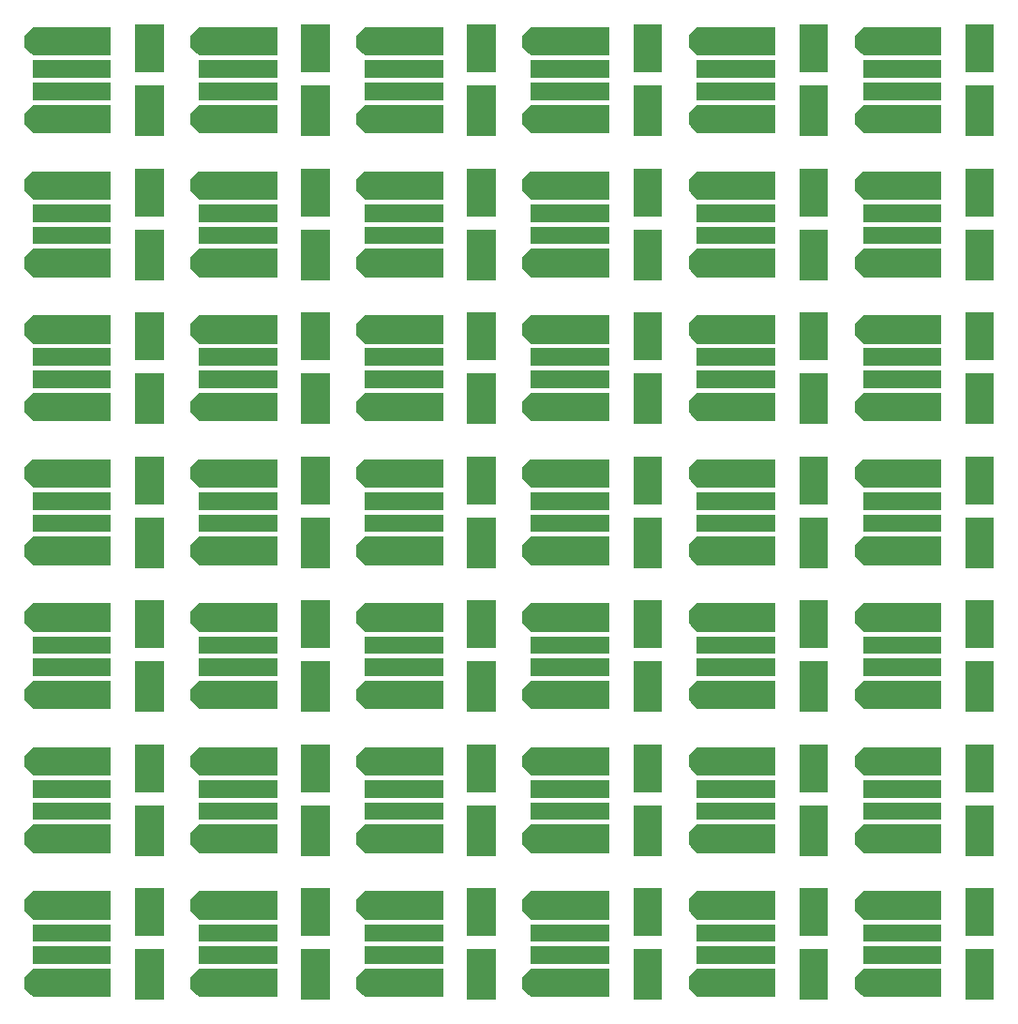
<source format=gts>
%MOIN*%
%OFA0B0*%
%FSLAX46Y46*%
%IPPOS*%
%LPD*%
%ADD10C,0.0039370078740157488*%
%ADD11C,0.00039370078740157485*%
%ADD22C,0.0039370078740157488*%
%ADD23C,0.00039370078740157485*%
%ADD24C,0.0039370078740157488*%
%ADD25C,0.00039370078740157485*%
%ADD26C,0.0039370078740157488*%
%ADD27C,0.00039370078740157485*%
%ADD28C,0.0039370078740157488*%
%ADD29C,0.00039370078740157485*%
%ADD30C,0.0039370078740157488*%
%ADD31C,0.00039370078740157485*%
%ADD32C,0.0039370078740157488*%
%ADD33C,0.00039370078740157485*%
%ADD34C,0.0039370078740157488*%
%ADD35C,0.00039370078740157485*%
%ADD36C,0.0039370078740157488*%
%ADD37C,0.00039370078740157485*%
%ADD38C,0.0039370078740157488*%
%ADD39C,0.00039370078740157485*%
%ADD40C,0.0039370078740157488*%
%ADD41C,0.00039370078740157485*%
%ADD42C,0.0039370078740157488*%
%ADD43C,0.00039370078740157485*%
%ADD44C,0.0039370078740157488*%
%ADD45C,0.00039370078740157485*%
%ADD46C,0.0039370078740157488*%
%ADD47C,0.00039370078740157485*%
%ADD48C,0.0039370078740157488*%
%ADD49C,0.00039370078740157485*%
%ADD50C,0.0039370078740157488*%
%ADD51C,0.00039370078740157485*%
%ADD52C,0.0039370078740157488*%
%ADD53C,0.00039370078740157485*%
%ADD54C,0.0039370078740157488*%
%ADD55C,0.00039370078740157485*%
%ADD56C,0.0039370078740157488*%
%ADD57C,0.00039370078740157485*%
%ADD58C,0.0039370078740157488*%
%ADD59C,0.00039370078740157485*%
%ADD60C,0.0039370078740157488*%
%ADD61C,0.00039370078740157485*%
%ADD62C,0.0039370078740157488*%
%ADD63C,0.00039370078740157485*%
%ADD64C,0.0039370078740157488*%
%ADD65C,0.00039370078740157485*%
%ADD66C,0.0039370078740157488*%
%ADD67C,0.00039370078740157485*%
%ADD68C,0.0039370078740157488*%
%ADD69C,0.00039370078740157485*%
%ADD70C,0.0039370078740157488*%
%ADD71C,0.00039370078740157485*%
%ADD72C,0.0039370078740157488*%
%ADD73C,0.00039370078740157485*%
%ADD74C,0.0039370078740157488*%
%ADD75C,0.00039370078740157485*%
%ADD76C,0.0039370078740157488*%
%ADD77C,0.00039370078740157485*%
%ADD78C,0.0039370078740157488*%
%ADD79C,0.00039370078740157485*%
%ADD80C,0.0039370078740157488*%
%ADD81C,0.00039370078740157485*%
%ADD82C,0.0039370078740157488*%
%ADD83C,0.00039370078740157485*%
%ADD84C,0.0039370078740157488*%
%ADD85C,0.00039370078740157485*%
%ADD86C,0.0039370078740157488*%
%ADD87C,0.00039370078740157485*%
%ADD88C,0.0039370078740157488*%
%ADD89C,0.00039370078740157485*%
%ADD90C,0.0039370078740157488*%
%ADD91C,0.00039370078740157485*%
%ADD92C,0.0039370078740157488*%
%ADD93C,0.00039370078740157485*%
%ADD94C,0.0039370078740157488*%
%ADD95C,0.00039370078740157485*%
%ADD96C,0.0039370078740157488*%
%ADD97C,0.00039370078740157485*%
%ADD98C,0.0039370078740157488*%
%ADD99C,0.00039370078740157485*%
%ADD100C,0.0039370078740157488*%
%ADD101C,0.00039370078740157485*%
%ADD102C,0.0039370078740157488*%
%ADD103C,0.00039370078740157485*%
G01G01*
D10*
G36*
X0000423228Y0000019685D02*
X0000423228Y0000196850D01*
X0000521653Y0000196850D01*
X0000521653Y0000019685D01*
X0000423228Y0000019685D01*
X0000423228Y0000019685D01*
G37*
X0000423228Y0000019685D02*
X0000423228Y0000196850D01*
X0000521653Y0000196850D01*
X0000521653Y0000019685D01*
X0000423228Y0000019685D01*
G36*
X0000521653Y0000246062D02*
X0000521653Y0000413385D01*
X0000423228Y0000413385D01*
X0000423228Y0000246062D01*
X0000521653Y0000246062D01*
X0000521653Y0000246062D01*
G37*
X0000521653Y0000246062D02*
X0000521653Y0000413385D01*
X0000423228Y0000413385D01*
X0000423228Y0000246062D01*
X0000521653Y0000246062D01*
D11*
G36*
X0000059055Y0000147637D02*
X0000334645Y0000147637D01*
X0000334645Y0000206692D01*
X0000059055Y0000206692D01*
X0000059055Y0000147637D01*
X0000059055Y0000147637D01*
G37*
X0000059055Y0000147637D02*
X0000334645Y0000147637D01*
X0000334645Y0000206692D01*
X0000059055Y0000206692D01*
X0000059055Y0000147637D01*
G36*
X0000334645Y0000127952D02*
X0000059055Y0000127952D01*
X0000029527Y0000098425D01*
X0000029527Y0000059055D01*
X0000059055Y0000029527D01*
X0000334645Y0000029527D01*
X0000334645Y0000127952D01*
X0000334645Y0000127952D01*
G37*
X0000334645Y0000127952D02*
X0000059055Y0000127952D01*
X0000029527Y0000098425D01*
X0000029527Y0000059055D01*
X0000059055Y0000029527D01*
X0000334645Y0000029527D01*
X0000334645Y0000127952D01*
G36*
X0000059055Y0000226377D02*
X0000334645Y0000226377D01*
X0000334645Y0000285433D01*
X0000059055Y0000285433D01*
X0000059055Y0000226377D01*
X0000059055Y0000226377D01*
G37*
X0000059055Y0000226377D02*
X0000334645Y0000226377D01*
X0000334645Y0000285433D01*
X0000059055Y0000285433D01*
X0000059055Y0000226377D01*
G36*
X0000334645Y0000403543D02*
X0000334645Y0000305118D01*
X0000059055Y0000305118D01*
X0000029527Y0000334645D01*
X0000029527Y0000374015D01*
X0000059055Y0000403543D01*
X0000334645Y0000403543D01*
X0000334645Y0000403543D01*
G37*
X0000334645Y0000403543D02*
X0000334645Y0000305118D01*
X0000059055Y0000305118D01*
X0000029527Y0000334645D01*
X0000029527Y0000374015D01*
X0000059055Y0000403543D01*
X0000334645Y0000403543D01*
G04 next file*
G04 #@! TF.GenerationSoftware,KiCad,Pcbnew,(2017-01-20 revision 550a1ea)-makepkg*
G04 #@! TF.CreationDate,2017-01-30T22:44:56+01:00*
G04 #@! TF.ProjectId,tomu,746F6D752E6B696361645F7063620000,rev?*
G04 #@! TF.FileFunction,Soldermask,Top*
G04 #@! TF.FilePolarity,Negative*
G04 Gerber Fmt 4.6, Leading zero omitted, Abs format (unit mm)*
G04 Created by KiCad (PCBNEW (2017-01-20 revision 550a1ea)-makepkg) date 01/30/17 22:44:56*
G01G01*
G04 APERTURE LIST*
G04 APERTURE END LIST*
D22*
G36*
X0001013779Y0000019685D02*
X0001013779Y0000196850D01*
X0001112204Y0000196850D01*
X0001112204Y0000019685D01*
X0001013779Y0000019685D01*
X0001013779Y0000019685D01*
G37*
X0001013779Y0000019685D02*
X0001013779Y0000196850D01*
X0001112204Y0000196850D01*
X0001112204Y0000019685D01*
X0001013779Y0000019685D01*
G36*
X0001112204Y0000246062D02*
X0001112204Y0000413385D01*
X0001013779Y0000413385D01*
X0001013779Y0000246062D01*
X0001112204Y0000246062D01*
X0001112204Y0000246062D01*
G37*
X0001112204Y0000246062D02*
X0001112204Y0000413385D01*
X0001013779Y0000413385D01*
X0001013779Y0000246062D01*
X0001112204Y0000246062D01*
D23*
G36*
X0000649606Y0000147637D02*
X0000925196Y0000147637D01*
X0000925196Y0000206692D01*
X0000649606Y0000206692D01*
X0000649606Y0000147637D01*
X0000649606Y0000147637D01*
G37*
X0000649606Y0000147637D02*
X0000925196Y0000147637D01*
X0000925196Y0000206692D01*
X0000649606Y0000206692D01*
X0000649606Y0000147637D01*
G36*
X0000925196Y0000127952D02*
X0000649606Y0000127952D01*
X0000620078Y0000098425D01*
X0000620078Y0000059055D01*
X0000649606Y0000029527D01*
X0000925196Y0000029527D01*
X0000925196Y0000127952D01*
X0000925196Y0000127952D01*
G37*
X0000925196Y0000127952D02*
X0000649606Y0000127952D01*
X0000620078Y0000098425D01*
X0000620078Y0000059055D01*
X0000649606Y0000029527D01*
X0000925196Y0000029527D01*
X0000925196Y0000127952D01*
G36*
X0000649606Y0000226377D02*
X0000925196Y0000226377D01*
X0000925196Y0000285433D01*
X0000649606Y0000285433D01*
X0000649606Y0000226377D01*
X0000649606Y0000226377D01*
G37*
X0000649606Y0000226377D02*
X0000925196Y0000226377D01*
X0000925196Y0000285433D01*
X0000649606Y0000285433D01*
X0000649606Y0000226377D01*
G36*
X0000925196Y0000403543D02*
X0000925196Y0000305118D01*
X0000649606Y0000305118D01*
X0000620078Y0000334645D01*
X0000620078Y0000374015D01*
X0000649606Y0000403543D01*
X0000925196Y0000403543D01*
X0000925196Y0000403543D01*
G37*
X0000925196Y0000403543D02*
X0000925196Y0000305118D01*
X0000649606Y0000305118D01*
X0000620078Y0000334645D01*
X0000620078Y0000374015D01*
X0000649606Y0000403543D01*
X0000925196Y0000403543D01*
G04 next file*
G04 #@! TF.GenerationSoftware,KiCad,Pcbnew,(2017-01-20 revision 550a1ea)-makepkg*
G04 #@! TF.CreationDate,2017-01-30T22:44:56+01:00*
G04 #@! TF.ProjectId,tomu,746F6D752E6B696361645F7063620000,rev?*
G04 #@! TF.FileFunction,Soldermask,Top*
G04 #@! TF.FilePolarity,Negative*
G04 Gerber Fmt 4.6, Leading zero omitted, Abs format (unit mm)*
G04 Created by KiCad (PCBNEW (2017-01-20 revision 550a1ea)-makepkg) date 01/30/17 22:44:56*
G01G01*
G04 APERTURE LIST*
G04 APERTURE END LIST*
D24*
G36*
X0001604330Y0000019685D02*
X0001604330Y0000196850D01*
X0001702755Y0000196850D01*
X0001702755Y0000019685D01*
X0001604330Y0000019685D01*
X0001604330Y0000019685D01*
G37*
X0001604330Y0000019685D02*
X0001604330Y0000196850D01*
X0001702755Y0000196850D01*
X0001702755Y0000019685D01*
X0001604330Y0000019685D01*
G36*
X0001702755Y0000246062D02*
X0001702755Y0000413385D01*
X0001604330Y0000413385D01*
X0001604330Y0000246062D01*
X0001702755Y0000246062D01*
X0001702755Y0000246062D01*
G37*
X0001702755Y0000246062D02*
X0001702755Y0000413385D01*
X0001604330Y0000413385D01*
X0001604330Y0000246062D01*
X0001702755Y0000246062D01*
D25*
G36*
X0001240157Y0000147637D02*
X0001515748Y0000147637D01*
X0001515748Y0000206692D01*
X0001240157Y0000206692D01*
X0001240157Y0000147637D01*
X0001240157Y0000147637D01*
G37*
X0001240157Y0000147637D02*
X0001515748Y0000147637D01*
X0001515748Y0000206692D01*
X0001240157Y0000206692D01*
X0001240157Y0000147637D01*
G36*
X0001515748Y0000127952D02*
X0001240157Y0000127952D01*
X0001210629Y0000098425D01*
X0001210629Y0000059055D01*
X0001240157Y0000029527D01*
X0001515748Y0000029527D01*
X0001515748Y0000127952D01*
X0001515748Y0000127952D01*
G37*
X0001515748Y0000127952D02*
X0001240157Y0000127952D01*
X0001210629Y0000098425D01*
X0001210629Y0000059055D01*
X0001240157Y0000029527D01*
X0001515748Y0000029527D01*
X0001515748Y0000127952D01*
G36*
X0001240157Y0000226377D02*
X0001515748Y0000226377D01*
X0001515748Y0000285433D01*
X0001240157Y0000285433D01*
X0001240157Y0000226377D01*
X0001240157Y0000226377D01*
G37*
X0001240157Y0000226377D02*
X0001515748Y0000226377D01*
X0001515748Y0000285433D01*
X0001240157Y0000285433D01*
X0001240157Y0000226377D01*
G36*
X0001515748Y0000403543D02*
X0001515748Y0000305118D01*
X0001240157Y0000305118D01*
X0001210629Y0000334645D01*
X0001210629Y0000374015D01*
X0001240157Y0000403543D01*
X0001515748Y0000403543D01*
X0001515748Y0000403543D01*
G37*
X0001515748Y0000403543D02*
X0001515748Y0000305118D01*
X0001240157Y0000305118D01*
X0001210629Y0000334645D01*
X0001210629Y0000374015D01*
X0001240157Y0000403543D01*
X0001515748Y0000403543D01*
G04 next file*
G04 #@! TF.GenerationSoftware,KiCad,Pcbnew,(2017-01-20 revision 550a1ea)-makepkg*
G04 #@! TF.CreationDate,2017-01-30T22:44:56+01:00*
G04 #@! TF.ProjectId,tomu,746F6D752E6B696361645F7063620000,rev?*
G04 #@! TF.FileFunction,Soldermask,Top*
G04 #@! TF.FilePolarity,Negative*
G04 Gerber Fmt 4.6, Leading zero omitted, Abs format (unit mm)*
G04 Created by KiCad (PCBNEW (2017-01-20 revision 550a1ea)-makepkg) date 01/30/17 22:44:56*
G01G01*
G04 APERTURE LIST*
G04 APERTURE END LIST*
D26*
G36*
X0002194881Y0000019685D02*
X0002194881Y0000196850D01*
X0002293307Y0000196850D01*
X0002293307Y0000019685D01*
X0002194881Y0000019685D01*
X0002194881Y0000019685D01*
G37*
X0002194881Y0000019685D02*
X0002194881Y0000196850D01*
X0002293307Y0000196850D01*
X0002293307Y0000019685D01*
X0002194881Y0000019685D01*
G36*
X0002293307Y0000246062D02*
X0002293307Y0000413385D01*
X0002194881Y0000413385D01*
X0002194881Y0000246062D01*
X0002293307Y0000246062D01*
X0002293307Y0000246062D01*
G37*
X0002293307Y0000246062D02*
X0002293307Y0000413385D01*
X0002194881Y0000413385D01*
X0002194881Y0000246062D01*
X0002293307Y0000246062D01*
D27*
G36*
X0001830708Y0000147637D02*
X0002106299Y0000147637D01*
X0002106299Y0000206692D01*
X0001830708Y0000206692D01*
X0001830708Y0000147637D01*
X0001830708Y0000147637D01*
G37*
X0001830708Y0000147637D02*
X0002106299Y0000147637D01*
X0002106299Y0000206692D01*
X0001830708Y0000206692D01*
X0001830708Y0000147637D01*
G36*
X0002106299Y0000127952D02*
X0001830708Y0000127952D01*
X0001801181Y0000098425D01*
X0001801181Y0000059055D01*
X0001830708Y0000029527D01*
X0002106299Y0000029527D01*
X0002106299Y0000127952D01*
X0002106299Y0000127952D01*
G37*
X0002106299Y0000127952D02*
X0001830708Y0000127952D01*
X0001801181Y0000098425D01*
X0001801181Y0000059055D01*
X0001830708Y0000029527D01*
X0002106299Y0000029527D01*
X0002106299Y0000127952D01*
G36*
X0001830708Y0000226377D02*
X0002106299Y0000226377D01*
X0002106299Y0000285433D01*
X0001830708Y0000285433D01*
X0001830708Y0000226377D01*
X0001830708Y0000226377D01*
G37*
X0001830708Y0000226377D02*
X0002106299Y0000226377D01*
X0002106299Y0000285433D01*
X0001830708Y0000285433D01*
X0001830708Y0000226377D01*
G36*
X0002106299Y0000403543D02*
X0002106299Y0000305118D01*
X0001830708Y0000305118D01*
X0001801181Y0000334645D01*
X0001801181Y0000374015D01*
X0001830708Y0000403543D01*
X0002106299Y0000403543D01*
X0002106299Y0000403543D01*
G37*
X0002106299Y0000403543D02*
X0002106299Y0000305118D01*
X0001830708Y0000305118D01*
X0001801181Y0000334645D01*
X0001801181Y0000374015D01*
X0001830708Y0000403543D01*
X0002106299Y0000403543D01*
G04 next file*
G04 #@! TF.GenerationSoftware,KiCad,Pcbnew,(2017-01-20 revision 550a1ea)-makepkg*
G04 #@! TF.CreationDate,2017-01-30T22:44:56+01:00*
G04 #@! TF.ProjectId,tomu,746F6D752E6B696361645F7063620000,rev?*
G04 #@! TF.FileFunction,Soldermask,Top*
G04 #@! TF.FilePolarity,Negative*
G04 Gerber Fmt 4.6, Leading zero omitted, Abs format (unit mm)*
G04 Created by KiCad (PCBNEW (2017-01-20 revision 550a1ea)-makepkg) date 01/30/17 22:44:56*
G01G01*
G04 APERTURE LIST*
G04 APERTURE END LIST*
D28*
G36*
X0002785433Y0000019685D02*
X0002785433Y0000196850D01*
X0002883858Y0000196850D01*
X0002883858Y0000019685D01*
X0002785433Y0000019685D01*
X0002785433Y0000019685D01*
G37*
X0002785433Y0000019685D02*
X0002785433Y0000196850D01*
X0002883858Y0000196850D01*
X0002883858Y0000019685D01*
X0002785433Y0000019685D01*
G36*
X0002883858Y0000246062D02*
X0002883858Y0000413385D01*
X0002785433Y0000413385D01*
X0002785433Y0000246062D01*
X0002883858Y0000246062D01*
X0002883858Y0000246062D01*
G37*
X0002883858Y0000246062D02*
X0002883858Y0000413385D01*
X0002785433Y0000413385D01*
X0002785433Y0000246062D01*
X0002883858Y0000246062D01*
D29*
G36*
X0002421259Y0000147637D02*
X0002696850Y0000147637D01*
X0002696850Y0000206692D01*
X0002421259Y0000206692D01*
X0002421259Y0000147637D01*
X0002421259Y0000147637D01*
G37*
X0002421259Y0000147637D02*
X0002696850Y0000147637D01*
X0002696850Y0000206692D01*
X0002421259Y0000206692D01*
X0002421259Y0000147637D01*
G36*
X0002696850Y0000127952D02*
X0002421259Y0000127952D01*
X0002391732Y0000098425D01*
X0002391732Y0000059055D01*
X0002421259Y0000029527D01*
X0002696850Y0000029527D01*
X0002696850Y0000127952D01*
X0002696850Y0000127952D01*
G37*
X0002696850Y0000127952D02*
X0002421259Y0000127952D01*
X0002391732Y0000098425D01*
X0002391732Y0000059055D01*
X0002421259Y0000029527D01*
X0002696850Y0000029527D01*
X0002696850Y0000127952D01*
G36*
X0002421259Y0000226377D02*
X0002696850Y0000226377D01*
X0002696850Y0000285433D01*
X0002421259Y0000285433D01*
X0002421259Y0000226377D01*
X0002421259Y0000226377D01*
G37*
X0002421259Y0000226377D02*
X0002696850Y0000226377D01*
X0002696850Y0000285433D01*
X0002421259Y0000285433D01*
X0002421259Y0000226377D01*
G36*
X0002696850Y0000403543D02*
X0002696850Y0000305118D01*
X0002421259Y0000305118D01*
X0002391732Y0000334645D01*
X0002391732Y0000374015D01*
X0002421259Y0000403543D01*
X0002696850Y0000403543D01*
X0002696850Y0000403543D01*
G37*
X0002696850Y0000403543D02*
X0002696850Y0000305118D01*
X0002421259Y0000305118D01*
X0002391732Y0000334645D01*
X0002391732Y0000374015D01*
X0002421259Y0000403543D01*
X0002696850Y0000403543D01*
G04 next file*
G04 #@! TF.GenerationSoftware,KiCad,Pcbnew,(2017-01-20 revision 550a1ea)-makepkg*
G04 #@! TF.CreationDate,2017-01-30T22:44:56+01:00*
G04 #@! TF.ProjectId,tomu,746F6D752E6B696361645F7063620000,rev?*
G04 #@! TF.FileFunction,Soldermask,Top*
G04 #@! TF.FilePolarity,Negative*
G04 Gerber Fmt 4.6, Leading zero omitted, Abs format (unit mm)*
G04 Created by KiCad (PCBNEW (2017-01-20 revision 550a1ea)-makepkg) date 01/30/17 22:44:56*
G01G01*
G04 APERTURE LIST*
G04 APERTURE END LIST*
D30*
G36*
X0003375984Y0000019685D02*
X0003375984Y0000196850D01*
X0003474409Y0000196850D01*
X0003474409Y0000019685D01*
X0003375984Y0000019685D01*
X0003375984Y0000019685D01*
G37*
X0003375984Y0000019685D02*
X0003375984Y0000196850D01*
X0003474409Y0000196850D01*
X0003474409Y0000019685D01*
X0003375984Y0000019685D01*
G36*
X0003474409Y0000246062D02*
X0003474409Y0000413385D01*
X0003375984Y0000413385D01*
X0003375984Y0000246062D01*
X0003474409Y0000246062D01*
X0003474409Y0000246062D01*
G37*
X0003474409Y0000246062D02*
X0003474409Y0000413385D01*
X0003375984Y0000413385D01*
X0003375984Y0000246062D01*
X0003474409Y0000246062D01*
D31*
G36*
X0003011811Y0000147637D02*
X0003287401Y0000147637D01*
X0003287401Y0000206692D01*
X0003011811Y0000206692D01*
X0003011811Y0000147637D01*
X0003011811Y0000147637D01*
G37*
X0003011811Y0000147637D02*
X0003287401Y0000147637D01*
X0003287401Y0000206692D01*
X0003011811Y0000206692D01*
X0003011811Y0000147637D01*
G36*
X0003287401Y0000127952D02*
X0003011811Y0000127952D01*
X0002982283Y0000098425D01*
X0002982283Y0000059055D01*
X0003011811Y0000029527D01*
X0003287401Y0000029527D01*
X0003287401Y0000127952D01*
X0003287401Y0000127952D01*
G37*
X0003287401Y0000127952D02*
X0003011811Y0000127952D01*
X0002982283Y0000098425D01*
X0002982283Y0000059055D01*
X0003011811Y0000029527D01*
X0003287401Y0000029527D01*
X0003287401Y0000127952D01*
G36*
X0003011811Y0000226377D02*
X0003287401Y0000226377D01*
X0003287401Y0000285433D01*
X0003011811Y0000285433D01*
X0003011811Y0000226377D01*
X0003011811Y0000226377D01*
G37*
X0003011811Y0000226377D02*
X0003287401Y0000226377D01*
X0003287401Y0000285433D01*
X0003011811Y0000285433D01*
X0003011811Y0000226377D01*
G36*
X0003287401Y0000403543D02*
X0003287401Y0000305118D01*
X0003011811Y0000305118D01*
X0002982283Y0000334645D01*
X0002982283Y0000374015D01*
X0003011811Y0000403543D01*
X0003287401Y0000403543D01*
X0003287401Y0000403543D01*
G37*
X0003287401Y0000403543D02*
X0003287401Y0000305118D01*
X0003011811Y0000305118D01*
X0002982283Y0000334645D01*
X0002982283Y0000374015D01*
X0003011811Y0000403543D01*
X0003287401Y0000403543D01*
G04 next file*
G04 #@! TF.GenerationSoftware,KiCad,Pcbnew,(2017-01-20 revision 550a1ea)-makepkg*
G04 #@! TF.CreationDate,2017-01-30T22:44:56+01:00*
G04 #@! TF.ProjectId,tomu,746F6D752E6B696361645F7063620000,rev?*
G04 #@! TF.FileFunction,Soldermask,Top*
G04 #@! TF.FilePolarity,Negative*
G04 Gerber Fmt 4.6, Leading zero omitted, Abs format (unit mm)*
G04 Created by KiCad (PCBNEW (2017-01-20 revision 550a1ea)-makepkg) date 01/30/17 22:44:56*
G01G01*
G04 APERTURE LIST*
G04 APERTURE END LIST*
D32*
G36*
X0000423228Y0000531496D02*
X0000423228Y0000708661D01*
X0000521653Y0000708661D01*
X0000521653Y0000531496D01*
X0000423228Y0000531496D01*
X0000423228Y0000531496D01*
G37*
X0000423228Y0000531496D02*
X0000423228Y0000708661D01*
X0000521653Y0000708661D01*
X0000521653Y0000531496D01*
X0000423228Y0000531496D01*
G36*
X0000521653Y0000757874D02*
X0000521653Y0000925196D01*
X0000423228Y0000925196D01*
X0000423228Y0000757874D01*
X0000521653Y0000757874D01*
X0000521653Y0000757874D01*
G37*
X0000521653Y0000757874D02*
X0000521653Y0000925196D01*
X0000423228Y0000925196D01*
X0000423228Y0000757874D01*
X0000521653Y0000757874D01*
D33*
G36*
X0000059055Y0000659448D02*
X0000334645Y0000659448D01*
X0000334645Y0000718503D01*
X0000059055Y0000718503D01*
X0000059055Y0000659448D01*
X0000059055Y0000659448D01*
G37*
X0000059055Y0000659448D02*
X0000334645Y0000659448D01*
X0000334645Y0000718503D01*
X0000059055Y0000718503D01*
X0000059055Y0000659448D01*
G36*
X0000334645Y0000639763D02*
X0000059055Y0000639763D01*
X0000029527Y0000610236D01*
X0000029527Y0000570866D01*
X0000059055Y0000541338D01*
X0000334645Y0000541338D01*
X0000334645Y0000639763D01*
X0000334645Y0000639763D01*
G37*
X0000334645Y0000639763D02*
X0000059055Y0000639763D01*
X0000029527Y0000610236D01*
X0000029527Y0000570866D01*
X0000059055Y0000541338D01*
X0000334645Y0000541338D01*
X0000334645Y0000639763D01*
G36*
X0000059055Y0000738188D02*
X0000334645Y0000738188D01*
X0000334645Y0000797244D01*
X0000059055Y0000797244D01*
X0000059055Y0000738188D01*
X0000059055Y0000738188D01*
G37*
X0000059055Y0000738188D02*
X0000334645Y0000738188D01*
X0000334645Y0000797244D01*
X0000059055Y0000797244D01*
X0000059055Y0000738188D01*
G36*
X0000334645Y0000915354D02*
X0000334645Y0000816929D01*
X0000059055Y0000816929D01*
X0000029527Y0000846456D01*
X0000029527Y0000885826D01*
X0000059055Y0000915354D01*
X0000334645Y0000915354D01*
X0000334645Y0000915354D01*
G37*
X0000334645Y0000915354D02*
X0000334645Y0000816929D01*
X0000059055Y0000816929D01*
X0000029527Y0000846456D01*
X0000029527Y0000885826D01*
X0000059055Y0000915354D01*
X0000334645Y0000915354D01*
G04 next file*
G04 #@! TF.GenerationSoftware,KiCad,Pcbnew,(2017-01-20 revision 550a1ea)-makepkg*
G04 #@! TF.CreationDate,2017-01-30T22:44:56+01:00*
G04 #@! TF.ProjectId,tomu,746F6D752E6B696361645F7063620000,rev?*
G04 #@! TF.FileFunction,Soldermask,Top*
G04 #@! TF.FilePolarity,Negative*
G04 Gerber Fmt 4.6, Leading zero omitted, Abs format (unit mm)*
G04 Created by KiCad (PCBNEW (2017-01-20 revision 550a1ea)-makepkg) date 01/30/17 22:44:56*
G01G01*
G04 APERTURE LIST*
G04 APERTURE END LIST*
D34*
G36*
X0000423228Y0001043307D02*
X0000423228Y0001220472D01*
X0000521653Y0001220472D01*
X0000521653Y0001043307D01*
X0000423228Y0001043307D01*
X0000423228Y0001043307D01*
G37*
X0000423228Y0001043307D02*
X0000423228Y0001220472D01*
X0000521653Y0001220472D01*
X0000521653Y0001043307D01*
X0000423228Y0001043307D01*
G36*
X0000521653Y0001269685D02*
X0000521653Y0001437007D01*
X0000423228Y0001437007D01*
X0000423228Y0001269685D01*
X0000521653Y0001269685D01*
X0000521653Y0001269685D01*
G37*
X0000521653Y0001269685D02*
X0000521653Y0001437007D01*
X0000423228Y0001437007D01*
X0000423228Y0001269685D01*
X0000521653Y0001269685D01*
D35*
G36*
X0000059055Y0001171259D02*
X0000334645Y0001171259D01*
X0000334645Y0001230314D01*
X0000059055Y0001230314D01*
X0000059055Y0001171259D01*
X0000059055Y0001171259D01*
G37*
X0000059055Y0001171259D02*
X0000334645Y0001171259D01*
X0000334645Y0001230314D01*
X0000059055Y0001230314D01*
X0000059055Y0001171259D01*
G36*
X0000334645Y0001151574D02*
X0000059055Y0001151574D01*
X0000029527Y0001122047D01*
X0000029527Y0001082677D01*
X0000059055Y0001053149D01*
X0000334645Y0001053149D01*
X0000334645Y0001151574D01*
X0000334645Y0001151574D01*
G37*
X0000334645Y0001151574D02*
X0000059055Y0001151574D01*
X0000029527Y0001122047D01*
X0000029527Y0001082677D01*
X0000059055Y0001053149D01*
X0000334645Y0001053149D01*
X0000334645Y0001151574D01*
G36*
X0000059055Y0001250000D02*
X0000334645Y0001250000D01*
X0000334645Y0001309055D01*
X0000059055Y0001309055D01*
X0000059055Y0001250000D01*
X0000059055Y0001250000D01*
G37*
X0000059055Y0001250000D02*
X0000334645Y0001250000D01*
X0000334645Y0001309055D01*
X0000059055Y0001309055D01*
X0000059055Y0001250000D01*
G36*
X0000334645Y0001427165D02*
X0000334645Y0001328740D01*
X0000059055Y0001328740D01*
X0000029527Y0001358267D01*
X0000029527Y0001397637D01*
X0000059055Y0001427165D01*
X0000334645Y0001427165D01*
X0000334645Y0001427165D01*
G37*
X0000334645Y0001427165D02*
X0000334645Y0001328740D01*
X0000059055Y0001328740D01*
X0000029527Y0001358267D01*
X0000029527Y0001397637D01*
X0000059055Y0001427165D01*
X0000334645Y0001427165D01*
G04 next file*
G04 #@! TF.GenerationSoftware,KiCad,Pcbnew,(2017-01-20 revision 550a1ea)-makepkg*
G04 #@! TF.CreationDate,2017-01-30T22:44:56+01:00*
G04 #@! TF.ProjectId,tomu,746F6D752E6B696361645F7063620000,rev?*
G04 #@! TF.FileFunction,Soldermask,Top*
G04 #@! TF.FilePolarity,Negative*
G04 Gerber Fmt 4.6, Leading zero omitted, Abs format (unit mm)*
G04 Created by KiCad (PCBNEW (2017-01-20 revision 550a1ea)-makepkg) date 01/30/17 22:44:56*
G01G01*
G04 APERTURE LIST*
G04 APERTURE END LIST*
D36*
G36*
X0000423228Y0001555118D02*
X0000423228Y0001732283D01*
X0000521653Y0001732283D01*
X0000521653Y0001555118D01*
X0000423228Y0001555118D01*
X0000423228Y0001555118D01*
G37*
X0000423228Y0001555118D02*
X0000423228Y0001732283D01*
X0000521653Y0001732283D01*
X0000521653Y0001555118D01*
X0000423228Y0001555118D01*
G36*
X0000521653Y0001781496D02*
X0000521653Y0001948818D01*
X0000423228Y0001948818D01*
X0000423228Y0001781496D01*
X0000521653Y0001781496D01*
X0000521653Y0001781496D01*
G37*
X0000521653Y0001781496D02*
X0000521653Y0001948818D01*
X0000423228Y0001948818D01*
X0000423228Y0001781496D01*
X0000521653Y0001781496D01*
D37*
G36*
X0000059055Y0001683070D02*
X0000334645Y0001683070D01*
X0000334645Y0001742125D01*
X0000059055Y0001742125D01*
X0000059055Y0001683070D01*
X0000059055Y0001683070D01*
G37*
X0000059055Y0001683070D02*
X0000334645Y0001683070D01*
X0000334645Y0001742125D01*
X0000059055Y0001742125D01*
X0000059055Y0001683070D01*
G36*
X0000334645Y0001663385D02*
X0000059055Y0001663385D01*
X0000029527Y0001633858D01*
X0000029527Y0001594488D01*
X0000059055Y0001564960D01*
X0000334645Y0001564960D01*
X0000334645Y0001663385D01*
X0000334645Y0001663385D01*
G37*
X0000334645Y0001663385D02*
X0000059055Y0001663385D01*
X0000029527Y0001633858D01*
X0000029527Y0001594488D01*
X0000059055Y0001564960D01*
X0000334645Y0001564960D01*
X0000334645Y0001663385D01*
G36*
X0000059055Y0001761811D02*
X0000334645Y0001761811D01*
X0000334645Y0001820866D01*
X0000059055Y0001820866D01*
X0000059055Y0001761811D01*
X0000059055Y0001761811D01*
G37*
X0000059055Y0001761811D02*
X0000334645Y0001761811D01*
X0000334645Y0001820866D01*
X0000059055Y0001820866D01*
X0000059055Y0001761811D01*
G36*
X0000334645Y0001938976D02*
X0000334645Y0001840551D01*
X0000059055Y0001840551D01*
X0000029527Y0001870078D01*
X0000029527Y0001909448D01*
X0000059055Y0001938976D01*
X0000334645Y0001938976D01*
X0000334645Y0001938976D01*
G37*
X0000334645Y0001938976D02*
X0000334645Y0001840551D01*
X0000059055Y0001840551D01*
X0000029527Y0001870078D01*
X0000029527Y0001909448D01*
X0000059055Y0001938976D01*
X0000334645Y0001938976D01*
G04 next file*
G04 #@! TF.GenerationSoftware,KiCad,Pcbnew,(2017-01-20 revision 550a1ea)-makepkg*
G04 #@! TF.CreationDate,2017-01-30T22:44:56+01:00*
G04 #@! TF.ProjectId,tomu,746F6D752E6B696361645F7063620000,rev?*
G04 #@! TF.FileFunction,Soldermask,Top*
G04 #@! TF.FilePolarity,Negative*
G04 Gerber Fmt 4.6, Leading zero omitted, Abs format (unit mm)*
G04 Created by KiCad (PCBNEW (2017-01-20 revision 550a1ea)-makepkg) date 01/30/17 22:44:56*
G01G01*
G04 APERTURE LIST*
G04 APERTURE END LIST*
D38*
G36*
X0000423228Y0002066929D02*
X0000423228Y0002244094D01*
X0000521653Y0002244094D01*
X0000521653Y0002066929D01*
X0000423228Y0002066929D01*
X0000423228Y0002066929D01*
G37*
X0000423228Y0002066929D02*
X0000423228Y0002244094D01*
X0000521653Y0002244094D01*
X0000521653Y0002066929D01*
X0000423228Y0002066929D01*
G36*
X0000521653Y0002293307D02*
X0000521653Y0002460629D01*
X0000423228Y0002460629D01*
X0000423228Y0002293307D01*
X0000521653Y0002293307D01*
X0000521653Y0002293307D01*
G37*
X0000521653Y0002293307D02*
X0000521653Y0002460629D01*
X0000423228Y0002460629D01*
X0000423228Y0002293307D01*
X0000521653Y0002293307D01*
D39*
G36*
X0000059055Y0002194881D02*
X0000334645Y0002194881D01*
X0000334645Y0002253937D01*
X0000059055Y0002253937D01*
X0000059055Y0002194881D01*
X0000059055Y0002194881D01*
G37*
X0000059055Y0002194881D02*
X0000334645Y0002194881D01*
X0000334645Y0002253937D01*
X0000059055Y0002253937D01*
X0000059055Y0002194881D01*
G36*
X0000334645Y0002175196D02*
X0000059055Y0002175196D01*
X0000029527Y0002145669D01*
X0000029527Y0002106299D01*
X0000059055Y0002076771D01*
X0000334645Y0002076771D01*
X0000334645Y0002175196D01*
X0000334645Y0002175196D01*
G37*
X0000334645Y0002175196D02*
X0000059055Y0002175196D01*
X0000029527Y0002145669D01*
X0000029527Y0002106299D01*
X0000059055Y0002076771D01*
X0000334645Y0002076771D01*
X0000334645Y0002175196D01*
G36*
X0000059055Y0002273622D02*
X0000334645Y0002273622D01*
X0000334645Y0002332677D01*
X0000059055Y0002332677D01*
X0000059055Y0002273622D01*
X0000059055Y0002273622D01*
G37*
X0000059055Y0002273622D02*
X0000334645Y0002273622D01*
X0000334645Y0002332677D01*
X0000059055Y0002332677D01*
X0000059055Y0002273622D01*
G36*
X0000334645Y0002450787D02*
X0000334645Y0002352362D01*
X0000059055Y0002352362D01*
X0000029527Y0002381889D01*
X0000029527Y0002421259D01*
X0000059055Y0002450787D01*
X0000334645Y0002450787D01*
X0000334645Y0002450787D01*
G37*
X0000334645Y0002450787D02*
X0000334645Y0002352362D01*
X0000059055Y0002352362D01*
X0000029527Y0002381889D01*
X0000029527Y0002421259D01*
X0000059055Y0002450787D01*
X0000334645Y0002450787D01*
G04 next file*
G04 #@! TF.GenerationSoftware,KiCad,Pcbnew,(2017-01-20 revision 550a1ea)-makepkg*
G04 #@! TF.CreationDate,2017-01-30T22:44:56+01:00*
G04 #@! TF.ProjectId,tomu,746F6D752E6B696361645F7063620000,rev?*
G04 #@! TF.FileFunction,Soldermask,Top*
G04 #@! TF.FilePolarity,Negative*
G04 Gerber Fmt 4.6, Leading zero omitted, Abs format (unit mm)*
G04 Created by KiCad (PCBNEW (2017-01-20 revision 550a1ea)-makepkg) date 01/30/17 22:44:56*
G01G01*
G04 APERTURE LIST*
G04 APERTURE END LIST*
D40*
G36*
X0000423228Y0002578740D02*
X0000423228Y0002755905D01*
X0000521653Y0002755905D01*
X0000521653Y0002578740D01*
X0000423228Y0002578740D01*
X0000423228Y0002578740D01*
G37*
X0000423228Y0002578740D02*
X0000423228Y0002755905D01*
X0000521653Y0002755905D01*
X0000521653Y0002578740D01*
X0000423228Y0002578740D01*
G36*
X0000521653Y0002805118D02*
X0000521653Y0002972440D01*
X0000423228Y0002972440D01*
X0000423228Y0002805118D01*
X0000521653Y0002805118D01*
X0000521653Y0002805118D01*
G37*
X0000521653Y0002805118D02*
X0000521653Y0002972440D01*
X0000423228Y0002972440D01*
X0000423228Y0002805118D01*
X0000521653Y0002805118D01*
D41*
G36*
X0000059055Y0002706692D02*
X0000334645Y0002706692D01*
X0000334645Y0002765748D01*
X0000059055Y0002765748D01*
X0000059055Y0002706692D01*
X0000059055Y0002706692D01*
G37*
X0000059055Y0002706692D02*
X0000334645Y0002706692D01*
X0000334645Y0002765748D01*
X0000059055Y0002765748D01*
X0000059055Y0002706692D01*
G36*
X0000334645Y0002687007D02*
X0000059055Y0002687007D01*
X0000029527Y0002657480D01*
X0000029527Y0002618110D01*
X0000059055Y0002588582D01*
X0000334645Y0002588582D01*
X0000334645Y0002687007D01*
X0000334645Y0002687007D01*
G37*
X0000334645Y0002687007D02*
X0000059055Y0002687007D01*
X0000029527Y0002657480D01*
X0000029527Y0002618110D01*
X0000059055Y0002588582D01*
X0000334645Y0002588582D01*
X0000334645Y0002687007D01*
G36*
X0000059055Y0002785433D02*
X0000334645Y0002785433D01*
X0000334645Y0002844488D01*
X0000059055Y0002844488D01*
X0000059055Y0002785433D01*
X0000059055Y0002785433D01*
G37*
X0000059055Y0002785433D02*
X0000334645Y0002785433D01*
X0000334645Y0002844488D01*
X0000059055Y0002844488D01*
X0000059055Y0002785433D01*
G36*
X0000334645Y0002962598D02*
X0000334645Y0002864173D01*
X0000059055Y0002864173D01*
X0000029527Y0002893700D01*
X0000029527Y0002933070D01*
X0000059055Y0002962598D01*
X0000334645Y0002962598D01*
X0000334645Y0002962598D01*
G37*
X0000334645Y0002962598D02*
X0000334645Y0002864173D01*
X0000059055Y0002864173D01*
X0000029527Y0002893700D01*
X0000029527Y0002933070D01*
X0000059055Y0002962598D01*
X0000334645Y0002962598D01*
G04 next file*
G04 #@! TF.GenerationSoftware,KiCad,Pcbnew,(2017-01-20 revision 550a1ea)-makepkg*
G04 #@! TF.CreationDate,2017-01-30T22:44:56+01:00*
G04 #@! TF.ProjectId,tomu,746F6D752E6B696361645F7063620000,rev?*
G04 #@! TF.FileFunction,Soldermask,Top*
G04 #@! TF.FilePolarity,Negative*
G04 Gerber Fmt 4.6, Leading zero omitted, Abs format (unit mm)*
G04 Created by KiCad (PCBNEW (2017-01-20 revision 550a1ea)-makepkg) date 01/30/17 22:44:56*
G01G01*
G04 APERTURE LIST*
G04 APERTURE END LIST*
D42*
G36*
X0000423228Y0003090551D02*
X0000423228Y0003267716D01*
X0000521653Y0003267716D01*
X0000521653Y0003090551D01*
X0000423228Y0003090551D01*
X0000423228Y0003090551D01*
G37*
X0000423228Y0003090551D02*
X0000423228Y0003267716D01*
X0000521653Y0003267716D01*
X0000521653Y0003090551D01*
X0000423228Y0003090551D01*
G36*
X0000521653Y0003316929D02*
X0000521653Y0003484251D01*
X0000423228Y0003484251D01*
X0000423228Y0003316929D01*
X0000521653Y0003316929D01*
X0000521653Y0003316929D01*
G37*
X0000521653Y0003316929D02*
X0000521653Y0003484251D01*
X0000423228Y0003484251D01*
X0000423228Y0003316929D01*
X0000521653Y0003316929D01*
D43*
G36*
X0000059055Y0003218503D02*
X0000334645Y0003218503D01*
X0000334645Y0003277559D01*
X0000059055Y0003277559D01*
X0000059055Y0003218503D01*
X0000059055Y0003218503D01*
G37*
X0000059055Y0003218503D02*
X0000334645Y0003218503D01*
X0000334645Y0003277559D01*
X0000059055Y0003277559D01*
X0000059055Y0003218503D01*
G36*
X0000334645Y0003198818D02*
X0000059055Y0003198818D01*
X0000029527Y0003169291D01*
X0000029527Y0003129921D01*
X0000059055Y0003100393D01*
X0000334645Y0003100393D01*
X0000334645Y0003198818D01*
X0000334645Y0003198818D01*
G37*
X0000334645Y0003198818D02*
X0000059055Y0003198818D01*
X0000029527Y0003169291D01*
X0000029527Y0003129921D01*
X0000059055Y0003100393D01*
X0000334645Y0003100393D01*
X0000334645Y0003198818D01*
G36*
X0000059055Y0003297244D02*
X0000334645Y0003297244D01*
X0000334645Y0003356299D01*
X0000059055Y0003356299D01*
X0000059055Y0003297244D01*
X0000059055Y0003297244D01*
G37*
X0000059055Y0003297244D02*
X0000334645Y0003297244D01*
X0000334645Y0003356299D01*
X0000059055Y0003356299D01*
X0000059055Y0003297244D01*
G36*
X0000334645Y0003474409D02*
X0000334645Y0003375984D01*
X0000059055Y0003375984D01*
X0000029527Y0003405511D01*
X0000029527Y0003444881D01*
X0000059055Y0003474409D01*
X0000334645Y0003474409D01*
X0000334645Y0003474409D01*
G37*
X0000334645Y0003474409D02*
X0000334645Y0003375984D01*
X0000059055Y0003375984D01*
X0000029527Y0003405511D01*
X0000029527Y0003444881D01*
X0000059055Y0003474409D01*
X0000334645Y0003474409D01*
G04 next file*
G04 #@! TF.GenerationSoftware,KiCad,Pcbnew,(2017-01-20 revision 550a1ea)-makepkg*
G04 #@! TF.CreationDate,2017-01-30T22:44:56+01:00*
G04 #@! TF.ProjectId,tomu,746F6D752E6B696361645F7063620000,rev?*
G04 #@! TF.FileFunction,Soldermask,Top*
G04 #@! TF.FilePolarity,Negative*
G04 Gerber Fmt 4.6, Leading zero omitted, Abs format (unit mm)*
G04 Created by KiCad (PCBNEW (2017-01-20 revision 550a1ea)-makepkg) date 01/30/17 22:44:56*
G01G01*
G04 APERTURE LIST*
G04 APERTURE END LIST*
D44*
G36*
X0001013779Y0000531496D02*
X0001013779Y0000708661D01*
X0001112204Y0000708661D01*
X0001112204Y0000531496D01*
X0001013779Y0000531496D01*
X0001013779Y0000531496D01*
G37*
X0001013779Y0000531496D02*
X0001013779Y0000708661D01*
X0001112204Y0000708661D01*
X0001112204Y0000531496D01*
X0001013779Y0000531496D01*
G36*
X0001112204Y0000757874D02*
X0001112204Y0000925196D01*
X0001013779Y0000925196D01*
X0001013779Y0000757874D01*
X0001112204Y0000757874D01*
X0001112204Y0000757874D01*
G37*
X0001112204Y0000757874D02*
X0001112204Y0000925196D01*
X0001013779Y0000925196D01*
X0001013779Y0000757874D01*
X0001112204Y0000757874D01*
D45*
G36*
X0000649606Y0000659448D02*
X0000925196Y0000659448D01*
X0000925196Y0000718503D01*
X0000649606Y0000718503D01*
X0000649606Y0000659448D01*
X0000649606Y0000659448D01*
G37*
X0000649606Y0000659448D02*
X0000925196Y0000659448D01*
X0000925196Y0000718503D01*
X0000649606Y0000718503D01*
X0000649606Y0000659448D01*
G36*
X0000925196Y0000639763D02*
X0000649606Y0000639763D01*
X0000620078Y0000610236D01*
X0000620078Y0000570866D01*
X0000649606Y0000541338D01*
X0000925196Y0000541338D01*
X0000925196Y0000639763D01*
X0000925196Y0000639763D01*
G37*
X0000925196Y0000639763D02*
X0000649606Y0000639763D01*
X0000620078Y0000610236D01*
X0000620078Y0000570866D01*
X0000649606Y0000541338D01*
X0000925196Y0000541338D01*
X0000925196Y0000639763D01*
G36*
X0000649606Y0000738188D02*
X0000925196Y0000738188D01*
X0000925196Y0000797244D01*
X0000649606Y0000797244D01*
X0000649606Y0000738188D01*
X0000649606Y0000738188D01*
G37*
X0000649606Y0000738188D02*
X0000925196Y0000738188D01*
X0000925196Y0000797244D01*
X0000649606Y0000797244D01*
X0000649606Y0000738188D01*
G36*
X0000925196Y0000915354D02*
X0000925196Y0000816929D01*
X0000649606Y0000816929D01*
X0000620078Y0000846456D01*
X0000620078Y0000885826D01*
X0000649606Y0000915354D01*
X0000925196Y0000915354D01*
X0000925196Y0000915354D01*
G37*
X0000925196Y0000915354D02*
X0000925196Y0000816929D01*
X0000649606Y0000816929D01*
X0000620078Y0000846456D01*
X0000620078Y0000885826D01*
X0000649606Y0000915354D01*
X0000925196Y0000915354D01*
G04 next file*
G04 #@! TF.GenerationSoftware,KiCad,Pcbnew,(2017-01-20 revision 550a1ea)-makepkg*
G04 #@! TF.CreationDate,2017-01-30T22:44:56+01:00*
G04 #@! TF.ProjectId,tomu,746F6D752E6B696361645F7063620000,rev?*
G04 #@! TF.FileFunction,Soldermask,Top*
G04 #@! TF.FilePolarity,Negative*
G04 Gerber Fmt 4.6, Leading zero omitted, Abs format (unit mm)*
G04 Created by KiCad (PCBNEW (2017-01-20 revision 550a1ea)-makepkg) date 01/30/17 22:44:56*
G01G01*
G04 APERTURE LIST*
G04 APERTURE END LIST*
D46*
G36*
X0001604330Y0000531496D02*
X0001604330Y0000708661D01*
X0001702755Y0000708661D01*
X0001702755Y0000531496D01*
X0001604330Y0000531496D01*
X0001604330Y0000531496D01*
G37*
X0001604330Y0000531496D02*
X0001604330Y0000708661D01*
X0001702755Y0000708661D01*
X0001702755Y0000531496D01*
X0001604330Y0000531496D01*
G36*
X0001702755Y0000757874D02*
X0001702755Y0000925196D01*
X0001604330Y0000925196D01*
X0001604330Y0000757874D01*
X0001702755Y0000757874D01*
X0001702755Y0000757874D01*
G37*
X0001702755Y0000757874D02*
X0001702755Y0000925196D01*
X0001604330Y0000925196D01*
X0001604330Y0000757874D01*
X0001702755Y0000757874D01*
D47*
G36*
X0001240157Y0000659448D02*
X0001515748Y0000659448D01*
X0001515748Y0000718503D01*
X0001240157Y0000718503D01*
X0001240157Y0000659448D01*
X0001240157Y0000659448D01*
G37*
X0001240157Y0000659448D02*
X0001515748Y0000659448D01*
X0001515748Y0000718503D01*
X0001240157Y0000718503D01*
X0001240157Y0000659448D01*
G36*
X0001515748Y0000639763D02*
X0001240157Y0000639763D01*
X0001210629Y0000610236D01*
X0001210629Y0000570866D01*
X0001240157Y0000541338D01*
X0001515748Y0000541338D01*
X0001515748Y0000639763D01*
X0001515748Y0000639763D01*
G37*
X0001515748Y0000639763D02*
X0001240157Y0000639763D01*
X0001210629Y0000610236D01*
X0001210629Y0000570866D01*
X0001240157Y0000541338D01*
X0001515748Y0000541338D01*
X0001515748Y0000639763D01*
G36*
X0001240157Y0000738188D02*
X0001515748Y0000738188D01*
X0001515748Y0000797244D01*
X0001240157Y0000797244D01*
X0001240157Y0000738188D01*
X0001240157Y0000738188D01*
G37*
X0001240157Y0000738188D02*
X0001515748Y0000738188D01*
X0001515748Y0000797244D01*
X0001240157Y0000797244D01*
X0001240157Y0000738188D01*
G36*
X0001515748Y0000915354D02*
X0001515748Y0000816929D01*
X0001240157Y0000816929D01*
X0001210629Y0000846456D01*
X0001210629Y0000885826D01*
X0001240157Y0000915354D01*
X0001515748Y0000915354D01*
X0001515748Y0000915354D01*
G37*
X0001515748Y0000915354D02*
X0001515748Y0000816929D01*
X0001240157Y0000816929D01*
X0001210629Y0000846456D01*
X0001210629Y0000885826D01*
X0001240157Y0000915354D01*
X0001515748Y0000915354D01*
G04 next file*
G04 #@! TF.GenerationSoftware,KiCad,Pcbnew,(2017-01-20 revision 550a1ea)-makepkg*
G04 #@! TF.CreationDate,2017-01-30T22:44:56+01:00*
G04 #@! TF.ProjectId,tomu,746F6D752E6B696361645F7063620000,rev?*
G04 #@! TF.FileFunction,Soldermask,Top*
G04 #@! TF.FilePolarity,Negative*
G04 Gerber Fmt 4.6, Leading zero omitted, Abs format (unit mm)*
G04 Created by KiCad (PCBNEW (2017-01-20 revision 550a1ea)-makepkg) date 01/30/17 22:44:56*
G01G01*
G04 APERTURE LIST*
G04 APERTURE END LIST*
D48*
G36*
X0002194881Y0000531496D02*
X0002194881Y0000708661D01*
X0002293307Y0000708661D01*
X0002293307Y0000531496D01*
X0002194881Y0000531496D01*
X0002194881Y0000531496D01*
G37*
X0002194881Y0000531496D02*
X0002194881Y0000708661D01*
X0002293307Y0000708661D01*
X0002293307Y0000531496D01*
X0002194881Y0000531496D01*
G36*
X0002293307Y0000757874D02*
X0002293307Y0000925196D01*
X0002194881Y0000925196D01*
X0002194881Y0000757874D01*
X0002293307Y0000757874D01*
X0002293307Y0000757874D01*
G37*
X0002293307Y0000757874D02*
X0002293307Y0000925196D01*
X0002194881Y0000925196D01*
X0002194881Y0000757874D01*
X0002293307Y0000757874D01*
D49*
G36*
X0001830708Y0000659448D02*
X0002106299Y0000659448D01*
X0002106299Y0000718503D01*
X0001830708Y0000718503D01*
X0001830708Y0000659448D01*
X0001830708Y0000659448D01*
G37*
X0001830708Y0000659448D02*
X0002106299Y0000659448D01*
X0002106299Y0000718503D01*
X0001830708Y0000718503D01*
X0001830708Y0000659448D01*
G36*
X0002106299Y0000639763D02*
X0001830708Y0000639763D01*
X0001801181Y0000610236D01*
X0001801181Y0000570866D01*
X0001830708Y0000541338D01*
X0002106299Y0000541338D01*
X0002106299Y0000639763D01*
X0002106299Y0000639763D01*
G37*
X0002106299Y0000639763D02*
X0001830708Y0000639763D01*
X0001801181Y0000610236D01*
X0001801181Y0000570866D01*
X0001830708Y0000541338D01*
X0002106299Y0000541338D01*
X0002106299Y0000639763D01*
G36*
X0001830708Y0000738188D02*
X0002106299Y0000738188D01*
X0002106299Y0000797244D01*
X0001830708Y0000797244D01*
X0001830708Y0000738188D01*
X0001830708Y0000738188D01*
G37*
X0001830708Y0000738188D02*
X0002106299Y0000738188D01*
X0002106299Y0000797244D01*
X0001830708Y0000797244D01*
X0001830708Y0000738188D01*
G36*
X0002106299Y0000915354D02*
X0002106299Y0000816929D01*
X0001830708Y0000816929D01*
X0001801181Y0000846456D01*
X0001801181Y0000885826D01*
X0001830708Y0000915354D01*
X0002106299Y0000915354D01*
X0002106299Y0000915354D01*
G37*
X0002106299Y0000915354D02*
X0002106299Y0000816929D01*
X0001830708Y0000816929D01*
X0001801181Y0000846456D01*
X0001801181Y0000885826D01*
X0001830708Y0000915354D01*
X0002106299Y0000915354D01*
G04 next file*
G04 #@! TF.GenerationSoftware,KiCad,Pcbnew,(2017-01-20 revision 550a1ea)-makepkg*
G04 #@! TF.CreationDate,2017-01-30T22:44:56+01:00*
G04 #@! TF.ProjectId,tomu,746F6D752E6B696361645F7063620000,rev?*
G04 #@! TF.FileFunction,Soldermask,Top*
G04 #@! TF.FilePolarity,Negative*
G04 Gerber Fmt 4.6, Leading zero omitted, Abs format (unit mm)*
G04 Created by KiCad (PCBNEW (2017-01-20 revision 550a1ea)-makepkg) date 01/30/17 22:44:56*
G01G01*
G04 APERTURE LIST*
G04 APERTURE END LIST*
D50*
G36*
X0002785433Y0000531496D02*
X0002785433Y0000708661D01*
X0002883858Y0000708661D01*
X0002883858Y0000531496D01*
X0002785433Y0000531496D01*
X0002785433Y0000531496D01*
G37*
X0002785433Y0000531496D02*
X0002785433Y0000708661D01*
X0002883858Y0000708661D01*
X0002883858Y0000531496D01*
X0002785433Y0000531496D01*
G36*
X0002883858Y0000757874D02*
X0002883858Y0000925196D01*
X0002785433Y0000925196D01*
X0002785433Y0000757874D01*
X0002883858Y0000757874D01*
X0002883858Y0000757874D01*
G37*
X0002883858Y0000757874D02*
X0002883858Y0000925196D01*
X0002785433Y0000925196D01*
X0002785433Y0000757874D01*
X0002883858Y0000757874D01*
D51*
G36*
X0002421259Y0000659448D02*
X0002696850Y0000659448D01*
X0002696850Y0000718503D01*
X0002421259Y0000718503D01*
X0002421259Y0000659448D01*
X0002421259Y0000659448D01*
G37*
X0002421259Y0000659448D02*
X0002696850Y0000659448D01*
X0002696850Y0000718503D01*
X0002421259Y0000718503D01*
X0002421259Y0000659448D01*
G36*
X0002696850Y0000639763D02*
X0002421259Y0000639763D01*
X0002391732Y0000610236D01*
X0002391732Y0000570866D01*
X0002421259Y0000541338D01*
X0002696850Y0000541338D01*
X0002696850Y0000639763D01*
X0002696850Y0000639763D01*
G37*
X0002696850Y0000639763D02*
X0002421259Y0000639763D01*
X0002391732Y0000610236D01*
X0002391732Y0000570866D01*
X0002421259Y0000541338D01*
X0002696850Y0000541338D01*
X0002696850Y0000639763D01*
G36*
X0002421259Y0000738188D02*
X0002696850Y0000738188D01*
X0002696850Y0000797244D01*
X0002421259Y0000797244D01*
X0002421259Y0000738188D01*
X0002421259Y0000738188D01*
G37*
X0002421259Y0000738188D02*
X0002696850Y0000738188D01*
X0002696850Y0000797244D01*
X0002421259Y0000797244D01*
X0002421259Y0000738188D01*
G36*
X0002696850Y0000915354D02*
X0002696850Y0000816929D01*
X0002421259Y0000816929D01*
X0002391732Y0000846456D01*
X0002391732Y0000885826D01*
X0002421259Y0000915354D01*
X0002696850Y0000915354D01*
X0002696850Y0000915354D01*
G37*
X0002696850Y0000915354D02*
X0002696850Y0000816929D01*
X0002421259Y0000816929D01*
X0002391732Y0000846456D01*
X0002391732Y0000885826D01*
X0002421259Y0000915354D01*
X0002696850Y0000915354D01*
G04 next file*
G04 #@! TF.GenerationSoftware,KiCad,Pcbnew,(2017-01-20 revision 550a1ea)-makepkg*
G04 #@! TF.CreationDate,2017-01-30T22:44:56+01:00*
G04 #@! TF.ProjectId,tomu,746F6D752E6B696361645F7063620000,rev?*
G04 #@! TF.FileFunction,Soldermask,Top*
G04 #@! TF.FilePolarity,Negative*
G04 Gerber Fmt 4.6, Leading zero omitted, Abs format (unit mm)*
G04 Created by KiCad (PCBNEW (2017-01-20 revision 550a1ea)-makepkg) date 01/30/17 22:44:56*
G01G01*
G04 APERTURE LIST*
G04 APERTURE END LIST*
D52*
G36*
X0003375984Y0000531496D02*
X0003375984Y0000708661D01*
X0003474409Y0000708661D01*
X0003474409Y0000531496D01*
X0003375984Y0000531496D01*
X0003375984Y0000531496D01*
G37*
X0003375984Y0000531496D02*
X0003375984Y0000708661D01*
X0003474409Y0000708661D01*
X0003474409Y0000531496D01*
X0003375984Y0000531496D01*
G36*
X0003474409Y0000757874D02*
X0003474409Y0000925196D01*
X0003375984Y0000925196D01*
X0003375984Y0000757874D01*
X0003474409Y0000757874D01*
X0003474409Y0000757874D01*
G37*
X0003474409Y0000757874D02*
X0003474409Y0000925196D01*
X0003375984Y0000925196D01*
X0003375984Y0000757874D01*
X0003474409Y0000757874D01*
D53*
G36*
X0003011811Y0000659448D02*
X0003287401Y0000659448D01*
X0003287401Y0000718503D01*
X0003011811Y0000718503D01*
X0003011811Y0000659448D01*
X0003011811Y0000659448D01*
G37*
X0003011811Y0000659448D02*
X0003287401Y0000659448D01*
X0003287401Y0000718503D01*
X0003011811Y0000718503D01*
X0003011811Y0000659448D01*
G36*
X0003287401Y0000639763D02*
X0003011811Y0000639763D01*
X0002982283Y0000610236D01*
X0002982283Y0000570866D01*
X0003011811Y0000541338D01*
X0003287401Y0000541338D01*
X0003287401Y0000639763D01*
X0003287401Y0000639763D01*
G37*
X0003287401Y0000639763D02*
X0003011811Y0000639763D01*
X0002982283Y0000610236D01*
X0002982283Y0000570866D01*
X0003011811Y0000541338D01*
X0003287401Y0000541338D01*
X0003287401Y0000639763D01*
G36*
X0003011811Y0000738188D02*
X0003287401Y0000738188D01*
X0003287401Y0000797244D01*
X0003011811Y0000797244D01*
X0003011811Y0000738188D01*
X0003011811Y0000738188D01*
G37*
X0003011811Y0000738188D02*
X0003287401Y0000738188D01*
X0003287401Y0000797244D01*
X0003011811Y0000797244D01*
X0003011811Y0000738188D01*
G36*
X0003287401Y0000915354D02*
X0003287401Y0000816929D01*
X0003011811Y0000816929D01*
X0002982283Y0000846456D01*
X0002982283Y0000885826D01*
X0003011811Y0000915354D01*
X0003287401Y0000915354D01*
X0003287401Y0000915354D01*
G37*
X0003287401Y0000915354D02*
X0003287401Y0000816929D01*
X0003011811Y0000816929D01*
X0002982283Y0000846456D01*
X0002982283Y0000885826D01*
X0003011811Y0000915354D01*
X0003287401Y0000915354D01*
G04 next file*
G04 #@! TF.GenerationSoftware,KiCad,Pcbnew,(2017-01-20 revision 550a1ea)-makepkg*
G04 #@! TF.CreationDate,2017-01-30T22:44:56+01:00*
G04 #@! TF.ProjectId,tomu,746F6D752E6B696361645F7063620000,rev?*
G04 #@! TF.FileFunction,Soldermask,Top*
G04 #@! TF.FilePolarity,Negative*
G04 Gerber Fmt 4.6, Leading zero omitted, Abs format (unit mm)*
G04 Created by KiCad (PCBNEW (2017-01-20 revision 550a1ea)-makepkg) date 01/30/17 22:44:56*
G01G01*
G04 APERTURE LIST*
G04 APERTURE END LIST*
D54*
G36*
X0001013779Y0001043307D02*
X0001013779Y0001220472D01*
X0001112204Y0001220472D01*
X0001112204Y0001043307D01*
X0001013779Y0001043307D01*
X0001013779Y0001043307D01*
G37*
X0001013779Y0001043307D02*
X0001013779Y0001220472D01*
X0001112204Y0001220472D01*
X0001112204Y0001043307D01*
X0001013779Y0001043307D01*
G36*
X0001112204Y0001269685D02*
X0001112204Y0001437007D01*
X0001013779Y0001437007D01*
X0001013779Y0001269685D01*
X0001112204Y0001269685D01*
X0001112204Y0001269685D01*
G37*
X0001112204Y0001269685D02*
X0001112204Y0001437007D01*
X0001013779Y0001437007D01*
X0001013779Y0001269685D01*
X0001112204Y0001269685D01*
D55*
G36*
X0000649606Y0001171259D02*
X0000925196Y0001171259D01*
X0000925196Y0001230314D01*
X0000649606Y0001230314D01*
X0000649606Y0001171259D01*
X0000649606Y0001171259D01*
G37*
X0000649606Y0001171259D02*
X0000925196Y0001171259D01*
X0000925196Y0001230314D01*
X0000649606Y0001230314D01*
X0000649606Y0001171259D01*
G36*
X0000925196Y0001151574D02*
X0000649606Y0001151574D01*
X0000620078Y0001122047D01*
X0000620078Y0001082677D01*
X0000649606Y0001053149D01*
X0000925196Y0001053149D01*
X0000925196Y0001151574D01*
X0000925196Y0001151574D01*
G37*
X0000925196Y0001151574D02*
X0000649606Y0001151574D01*
X0000620078Y0001122047D01*
X0000620078Y0001082677D01*
X0000649606Y0001053149D01*
X0000925196Y0001053149D01*
X0000925196Y0001151574D01*
G36*
X0000649606Y0001250000D02*
X0000925196Y0001250000D01*
X0000925196Y0001309055D01*
X0000649606Y0001309055D01*
X0000649606Y0001250000D01*
X0000649606Y0001250000D01*
G37*
X0000649606Y0001250000D02*
X0000925196Y0001250000D01*
X0000925196Y0001309055D01*
X0000649606Y0001309055D01*
X0000649606Y0001250000D01*
G36*
X0000925196Y0001427165D02*
X0000925196Y0001328740D01*
X0000649606Y0001328740D01*
X0000620078Y0001358267D01*
X0000620078Y0001397637D01*
X0000649606Y0001427165D01*
X0000925196Y0001427165D01*
X0000925196Y0001427165D01*
G37*
X0000925196Y0001427165D02*
X0000925196Y0001328740D01*
X0000649606Y0001328740D01*
X0000620078Y0001358267D01*
X0000620078Y0001397637D01*
X0000649606Y0001427165D01*
X0000925196Y0001427165D01*
G04 next file*
G04 #@! TF.GenerationSoftware,KiCad,Pcbnew,(2017-01-20 revision 550a1ea)-makepkg*
G04 #@! TF.CreationDate,2017-01-30T22:44:56+01:00*
G04 #@! TF.ProjectId,tomu,746F6D752E6B696361645F7063620000,rev?*
G04 #@! TF.FileFunction,Soldermask,Top*
G04 #@! TF.FilePolarity,Negative*
G04 Gerber Fmt 4.6, Leading zero omitted, Abs format (unit mm)*
G04 Created by KiCad (PCBNEW (2017-01-20 revision 550a1ea)-makepkg) date 01/30/17 22:44:56*
G01G01*
G04 APERTURE LIST*
G04 APERTURE END LIST*
D56*
G36*
X0001013779Y0001555118D02*
X0001013779Y0001732283D01*
X0001112204Y0001732283D01*
X0001112204Y0001555118D01*
X0001013779Y0001555118D01*
X0001013779Y0001555118D01*
G37*
X0001013779Y0001555118D02*
X0001013779Y0001732283D01*
X0001112204Y0001732283D01*
X0001112204Y0001555118D01*
X0001013779Y0001555118D01*
G36*
X0001112204Y0001781496D02*
X0001112204Y0001948818D01*
X0001013779Y0001948818D01*
X0001013779Y0001781496D01*
X0001112204Y0001781496D01*
X0001112204Y0001781496D01*
G37*
X0001112204Y0001781496D02*
X0001112204Y0001948818D01*
X0001013779Y0001948818D01*
X0001013779Y0001781496D01*
X0001112204Y0001781496D01*
D57*
G36*
X0000649606Y0001683070D02*
X0000925196Y0001683070D01*
X0000925196Y0001742125D01*
X0000649606Y0001742125D01*
X0000649606Y0001683070D01*
X0000649606Y0001683070D01*
G37*
X0000649606Y0001683070D02*
X0000925196Y0001683070D01*
X0000925196Y0001742125D01*
X0000649606Y0001742125D01*
X0000649606Y0001683070D01*
G36*
X0000925196Y0001663385D02*
X0000649606Y0001663385D01*
X0000620078Y0001633858D01*
X0000620078Y0001594488D01*
X0000649606Y0001564960D01*
X0000925196Y0001564960D01*
X0000925196Y0001663385D01*
X0000925196Y0001663385D01*
G37*
X0000925196Y0001663385D02*
X0000649606Y0001663385D01*
X0000620078Y0001633858D01*
X0000620078Y0001594488D01*
X0000649606Y0001564960D01*
X0000925196Y0001564960D01*
X0000925196Y0001663385D01*
G36*
X0000649606Y0001761811D02*
X0000925196Y0001761811D01*
X0000925196Y0001820866D01*
X0000649606Y0001820866D01*
X0000649606Y0001761811D01*
X0000649606Y0001761811D01*
G37*
X0000649606Y0001761811D02*
X0000925196Y0001761811D01*
X0000925196Y0001820866D01*
X0000649606Y0001820866D01*
X0000649606Y0001761811D01*
G36*
X0000925196Y0001938976D02*
X0000925196Y0001840551D01*
X0000649606Y0001840551D01*
X0000620078Y0001870078D01*
X0000620078Y0001909448D01*
X0000649606Y0001938976D01*
X0000925196Y0001938976D01*
X0000925196Y0001938976D01*
G37*
X0000925196Y0001938976D02*
X0000925196Y0001840551D01*
X0000649606Y0001840551D01*
X0000620078Y0001870078D01*
X0000620078Y0001909448D01*
X0000649606Y0001938976D01*
X0000925196Y0001938976D01*
G04 next file*
G04 #@! TF.GenerationSoftware,KiCad,Pcbnew,(2017-01-20 revision 550a1ea)-makepkg*
G04 #@! TF.CreationDate,2017-01-30T22:44:56+01:00*
G04 #@! TF.ProjectId,tomu,746F6D752E6B696361645F7063620000,rev?*
G04 #@! TF.FileFunction,Soldermask,Top*
G04 #@! TF.FilePolarity,Negative*
G04 Gerber Fmt 4.6, Leading zero omitted, Abs format (unit mm)*
G04 Created by KiCad (PCBNEW (2017-01-20 revision 550a1ea)-makepkg) date 01/30/17 22:44:56*
G01G01*
G04 APERTURE LIST*
G04 APERTURE END LIST*
D58*
G36*
X0001013779Y0002066929D02*
X0001013779Y0002244094D01*
X0001112204Y0002244094D01*
X0001112204Y0002066929D01*
X0001013779Y0002066929D01*
X0001013779Y0002066929D01*
G37*
X0001013779Y0002066929D02*
X0001013779Y0002244094D01*
X0001112204Y0002244094D01*
X0001112204Y0002066929D01*
X0001013779Y0002066929D01*
G36*
X0001112204Y0002293307D02*
X0001112204Y0002460629D01*
X0001013779Y0002460629D01*
X0001013779Y0002293307D01*
X0001112204Y0002293307D01*
X0001112204Y0002293307D01*
G37*
X0001112204Y0002293307D02*
X0001112204Y0002460629D01*
X0001013779Y0002460629D01*
X0001013779Y0002293307D01*
X0001112204Y0002293307D01*
D59*
G36*
X0000649606Y0002194881D02*
X0000925196Y0002194881D01*
X0000925196Y0002253937D01*
X0000649606Y0002253937D01*
X0000649606Y0002194881D01*
X0000649606Y0002194881D01*
G37*
X0000649606Y0002194881D02*
X0000925196Y0002194881D01*
X0000925196Y0002253937D01*
X0000649606Y0002253937D01*
X0000649606Y0002194881D01*
G36*
X0000925196Y0002175196D02*
X0000649606Y0002175196D01*
X0000620078Y0002145669D01*
X0000620078Y0002106299D01*
X0000649606Y0002076771D01*
X0000925196Y0002076771D01*
X0000925196Y0002175196D01*
X0000925196Y0002175196D01*
G37*
X0000925196Y0002175196D02*
X0000649606Y0002175196D01*
X0000620078Y0002145669D01*
X0000620078Y0002106299D01*
X0000649606Y0002076771D01*
X0000925196Y0002076771D01*
X0000925196Y0002175196D01*
G36*
X0000649606Y0002273622D02*
X0000925196Y0002273622D01*
X0000925196Y0002332677D01*
X0000649606Y0002332677D01*
X0000649606Y0002273622D01*
X0000649606Y0002273622D01*
G37*
X0000649606Y0002273622D02*
X0000925196Y0002273622D01*
X0000925196Y0002332677D01*
X0000649606Y0002332677D01*
X0000649606Y0002273622D01*
G36*
X0000925196Y0002450787D02*
X0000925196Y0002352362D01*
X0000649606Y0002352362D01*
X0000620078Y0002381889D01*
X0000620078Y0002421259D01*
X0000649606Y0002450787D01*
X0000925196Y0002450787D01*
X0000925196Y0002450787D01*
G37*
X0000925196Y0002450787D02*
X0000925196Y0002352362D01*
X0000649606Y0002352362D01*
X0000620078Y0002381889D01*
X0000620078Y0002421259D01*
X0000649606Y0002450787D01*
X0000925196Y0002450787D01*
G04 next file*
G04 #@! TF.GenerationSoftware,KiCad,Pcbnew,(2017-01-20 revision 550a1ea)-makepkg*
G04 #@! TF.CreationDate,2017-01-30T22:44:56+01:00*
G04 #@! TF.ProjectId,tomu,746F6D752E6B696361645F7063620000,rev?*
G04 #@! TF.FileFunction,Soldermask,Top*
G04 #@! TF.FilePolarity,Negative*
G04 Gerber Fmt 4.6, Leading zero omitted, Abs format (unit mm)*
G04 Created by KiCad (PCBNEW (2017-01-20 revision 550a1ea)-makepkg) date 01/30/17 22:44:56*
G01G01*
G04 APERTURE LIST*
G04 APERTURE END LIST*
D60*
G36*
X0001013779Y0002578740D02*
X0001013779Y0002755905D01*
X0001112204Y0002755905D01*
X0001112204Y0002578740D01*
X0001013779Y0002578740D01*
X0001013779Y0002578740D01*
G37*
X0001013779Y0002578740D02*
X0001013779Y0002755905D01*
X0001112204Y0002755905D01*
X0001112204Y0002578740D01*
X0001013779Y0002578740D01*
G36*
X0001112204Y0002805118D02*
X0001112204Y0002972440D01*
X0001013779Y0002972440D01*
X0001013779Y0002805118D01*
X0001112204Y0002805118D01*
X0001112204Y0002805118D01*
G37*
X0001112204Y0002805118D02*
X0001112204Y0002972440D01*
X0001013779Y0002972440D01*
X0001013779Y0002805118D01*
X0001112204Y0002805118D01*
D61*
G36*
X0000649606Y0002706692D02*
X0000925196Y0002706692D01*
X0000925196Y0002765748D01*
X0000649606Y0002765748D01*
X0000649606Y0002706692D01*
X0000649606Y0002706692D01*
G37*
X0000649606Y0002706692D02*
X0000925196Y0002706692D01*
X0000925196Y0002765748D01*
X0000649606Y0002765748D01*
X0000649606Y0002706692D01*
G36*
X0000925196Y0002687007D02*
X0000649606Y0002687007D01*
X0000620078Y0002657480D01*
X0000620078Y0002618110D01*
X0000649606Y0002588582D01*
X0000925196Y0002588582D01*
X0000925196Y0002687007D01*
X0000925196Y0002687007D01*
G37*
X0000925196Y0002687007D02*
X0000649606Y0002687007D01*
X0000620078Y0002657480D01*
X0000620078Y0002618110D01*
X0000649606Y0002588582D01*
X0000925196Y0002588582D01*
X0000925196Y0002687007D01*
G36*
X0000649606Y0002785433D02*
X0000925196Y0002785433D01*
X0000925196Y0002844488D01*
X0000649606Y0002844488D01*
X0000649606Y0002785433D01*
X0000649606Y0002785433D01*
G37*
X0000649606Y0002785433D02*
X0000925196Y0002785433D01*
X0000925196Y0002844488D01*
X0000649606Y0002844488D01*
X0000649606Y0002785433D01*
G36*
X0000925196Y0002962598D02*
X0000925196Y0002864173D01*
X0000649606Y0002864173D01*
X0000620078Y0002893700D01*
X0000620078Y0002933070D01*
X0000649606Y0002962598D01*
X0000925196Y0002962598D01*
X0000925196Y0002962598D01*
G37*
X0000925196Y0002962598D02*
X0000925196Y0002864173D01*
X0000649606Y0002864173D01*
X0000620078Y0002893700D01*
X0000620078Y0002933070D01*
X0000649606Y0002962598D01*
X0000925196Y0002962598D01*
G04 next file*
G04 #@! TF.GenerationSoftware,KiCad,Pcbnew,(2017-01-20 revision 550a1ea)-makepkg*
G04 #@! TF.CreationDate,2017-01-30T22:44:56+01:00*
G04 #@! TF.ProjectId,tomu,746F6D752E6B696361645F7063620000,rev?*
G04 #@! TF.FileFunction,Soldermask,Top*
G04 #@! TF.FilePolarity,Negative*
G04 Gerber Fmt 4.6, Leading zero omitted, Abs format (unit mm)*
G04 Created by KiCad (PCBNEW (2017-01-20 revision 550a1ea)-makepkg) date 01/30/17 22:44:56*
G01G01*
G04 APERTURE LIST*
G04 APERTURE END LIST*
D62*
G36*
X0001013779Y0003090551D02*
X0001013779Y0003267716D01*
X0001112204Y0003267716D01*
X0001112204Y0003090551D01*
X0001013779Y0003090551D01*
X0001013779Y0003090551D01*
G37*
X0001013779Y0003090551D02*
X0001013779Y0003267716D01*
X0001112204Y0003267716D01*
X0001112204Y0003090551D01*
X0001013779Y0003090551D01*
G36*
X0001112204Y0003316929D02*
X0001112204Y0003484251D01*
X0001013779Y0003484251D01*
X0001013779Y0003316929D01*
X0001112204Y0003316929D01*
X0001112204Y0003316929D01*
G37*
X0001112204Y0003316929D02*
X0001112204Y0003484251D01*
X0001013779Y0003484251D01*
X0001013779Y0003316929D01*
X0001112204Y0003316929D01*
D63*
G36*
X0000649606Y0003218503D02*
X0000925196Y0003218503D01*
X0000925196Y0003277559D01*
X0000649606Y0003277559D01*
X0000649606Y0003218503D01*
X0000649606Y0003218503D01*
G37*
X0000649606Y0003218503D02*
X0000925196Y0003218503D01*
X0000925196Y0003277559D01*
X0000649606Y0003277559D01*
X0000649606Y0003218503D01*
G36*
X0000925196Y0003198818D02*
X0000649606Y0003198818D01*
X0000620078Y0003169291D01*
X0000620078Y0003129921D01*
X0000649606Y0003100393D01*
X0000925196Y0003100393D01*
X0000925196Y0003198818D01*
X0000925196Y0003198818D01*
G37*
X0000925196Y0003198818D02*
X0000649606Y0003198818D01*
X0000620078Y0003169291D01*
X0000620078Y0003129921D01*
X0000649606Y0003100393D01*
X0000925196Y0003100393D01*
X0000925196Y0003198818D01*
G36*
X0000649606Y0003297244D02*
X0000925196Y0003297244D01*
X0000925196Y0003356299D01*
X0000649606Y0003356299D01*
X0000649606Y0003297244D01*
X0000649606Y0003297244D01*
G37*
X0000649606Y0003297244D02*
X0000925196Y0003297244D01*
X0000925196Y0003356299D01*
X0000649606Y0003356299D01*
X0000649606Y0003297244D01*
G36*
X0000925196Y0003474409D02*
X0000925196Y0003375984D01*
X0000649606Y0003375984D01*
X0000620078Y0003405511D01*
X0000620078Y0003444881D01*
X0000649606Y0003474409D01*
X0000925196Y0003474409D01*
X0000925196Y0003474409D01*
G37*
X0000925196Y0003474409D02*
X0000925196Y0003375984D01*
X0000649606Y0003375984D01*
X0000620078Y0003405511D01*
X0000620078Y0003444881D01*
X0000649606Y0003474409D01*
X0000925196Y0003474409D01*
G04 next file*
G04 #@! TF.GenerationSoftware,KiCad,Pcbnew,(2017-01-20 revision 550a1ea)-makepkg*
G04 #@! TF.CreationDate,2017-01-30T22:44:56+01:00*
G04 #@! TF.ProjectId,tomu,746F6D752E6B696361645F7063620000,rev?*
G04 #@! TF.FileFunction,Soldermask,Top*
G04 #@! TF.FilePolarity,Negative*
G04 Gerber Fmt 4.6, Leading zero omitted, Abs format (unit mm)*
G04 Created by KiCad (PCBNEW (2017-01-20 revision 550a1ea)-makepkg) date 01/30/17 22:44:56*
G01G01*
G04 APERTURE LIST*
G04 APERTURE END LIST*
D64*
G36*
X0001604330Y0001043307D02*
X0001604330Y0001220472D01*
X0001702755Y0001220472D01*
X0001702755Y0001043307D01*
X0001604330Y0001043307D01*
X0001604330Y0001043307D01*
G37*
X0001604330Y0001043307D02*
X0001604330Y0001220472D01*
X0001702755Y0001220472D01*
X0001702755Y0001043307D01*
X0001604330Y0001043307D01*
G36*
X0001702755Y0001269685D02*
X0001702755Y0001437007D01*
X0001604330Y0001437007D01*
X0001604330Y0001269685D01*
X0001702755Y0001269685D01*
X0001702755Y0001269685D01*
G37*
X0001702755Y0001269685D02*
X0001702755Y0001437007D01*
X0001604330Y0001437007D01*
X0001604330Y0001269685D01*
X0001702755Y0001269685D01*
D65*
G36*
X0001240157Y0001171259D02*
X0001515748Y0001171259D01*
X0001515748Y0001230314D01*
X0001240157Y0001230314D01*
X0001240157Y0001171259D01*
X0001240157Y0001171259D01*
G37*
X0001240157Y0001171259D02*
X0001515748Y0001171259D01*
X0001515748Y0001230314D01*
X0001240157Y0001230314D01*
X0001240157Y0001171259D01*
G36*
X0001515748Y0001151574D02*
X0001240157Y0001151574D01*
X0001210629Y0001122047D01*
X0001210629Y0001082677D01*
X0001240157Y0001053149D01*
X0001515748Y0001053149D01*
X0001515748Y0001151574D01*
X0001515748Y0001151574D01*
G37*
X0001515748Y0001151574D02*
X0001240157Y0001151574D01*
X0001210629Y0001122047D01*
X0001210629Y0001082677D01*
X0001240157Y0001053149D01*
X0001515748Y0001053149D01*
X0001515748Y0001151574D01*
G36*
X0001240157Y0001250000D02*
X0001515748Y0001250000D01*
X0001515748Y0001309055D01*
X0001240157Y0001309055D01*
X0001240157Y0001250000D01*
X0001240157Y0001250000D01*
G37*
X0001240157Y0001250000D02*
X0001515748Y0001250000D01*
X0001515748Y0001309055D01*
X0001240157Y0001309055D01*
X0001240157Y0001250000D01*
G36*
X0001515748Y0001427165D02*
X0001515748Y0001328740D01*
X0001240157Y0001328740D01*
X0001210629Y0001358267D01*
X0001210629Y0001397637D01*
X0001240157Y0001427165D01*
X0001515748Y0001427165D01*
X0001515748Y0001427165D01*
G37*
X0001515748Y0001427165D02*
X0001515748Y0001328740D01*
X0001240157Y0001328740D01*
X0001210629Y0001358267D01*
X0001210629Y0001397637D01*
X0001240157Y0001427165D01*
X0001515748Y0001427165D01*
G04 next file*
G04 #@! TF.GenerationSoftware,KiCad,Pcbnew,(2017-01-20 revision 550a1ea)-makepkg*
G04 #@! TF.CreationDate,2017-01-30T22:44:56+01:00*
G04 #@! TF.ProjectId,tomu,746F6D752E6B696361645F7063620000,rev?*
G04 #@! TF.FileFunction,Soldermask,Top*
G04 #@! TF.FilePolarity,Negative*
G04 Gerber Fmt 4.6, Leading zero omitted, Abs format (unit mm)*
G04 Created by KiCad (PCBNEW (2017-01-20 revision 550a1ea)-makepkg) date 01/30/17 22:44:56*
G01G01*
G04 APERTURE LIST*
G04 APERTURE END LIST*
D66*
G36*
X0002194881Y0001043307D02*
X0002194881Y0001220472D01*
X0002293307Y0001220472D01*
X0002293307Y0001043307D01*
X0002194881Y0001043307D01*
X0002194881Y0001043307D01*
G37*
X0002194881Y0001043307D02*
X0002194881Y0001220472D01*
X0002293307Y0001220472D01*
X0002293307Y0001043307D01*
X0002194881Y0001043307D01*
G36*
X0002293307Y0001269685D02*
X0002293307Y0001437007D01*
X0002194881Y0001437007D01*
X0002194881Y0001269685D01*
X0002293307Y0001269685D01*
X0002293307Y0001269685D01*
G37*
X0002293307Y0001269685D02*
X0002293307Y0001437007D01*
X0002194881Y0001437007D01*
X0002194881Y0001269685D01*
X0002293307Y0001269685D01*
D67*
G36*
X0001830708Y0001171259D02*
X0002106299Y0001171259D01*
X0002106299Y0001230314D01*
X0001830708Y0001230314D01*
X0001830708Y0001171259D01*
X0001830708Y0001171259D01*
G37*
X0001830708Y0001171259D02*
X0002106299Y0001171259D01*
X0002106299Y0001230314D01*
X0001830708Y0001230314D01*
X0001830708Y0001171259D01*
G36*
X0002106299Y0001151574D02*
X0001830708Y0001151574D01*
X0001801181Y0001122047D01*
X0001801181Y0001082677D01*
X0001830708Y0001053149D01*
X0002106299Y0001053149D01*
X0002106299Y0001151574D01*
X0002106299Y0001151574D01*
G37*
X0002106299Y0001151574D02*
X0001830708Y0001151574D01*
X0001801181Y0001122047D01*
X0001801181Y0001082677D01*
X0001830708Y0001053149D01*
X0002106299Y0001053149D01*
X0002106299Y0001151574D01*
G36*
X0001830708Y0001250000D02*
X0002106299Y0001250000D01*
X0002106299Y0001309055D01*
X0001830708Y0001309055D01*
X0001830708Y0001250000D01*
X0001830708Y0001250000D01*
G37*
X0001830708Y0001250000D02*
X0002106299Y0001250000D01*
X0002106299Y0001309055D01*
X0001830708Y0001309055D01*
X0001830708Y0001250000D01*
G36*
X0002106299Y0001427165D02*
X0002106299Y0001328740D01*
X0001830708Y0001328740D01*
X0001801181Y0001358267D01*
X0001801181Y0001397637D01*
X0001830708Y0001427165D01*
X0002106299Y0001427165D01*
X0002106299Y0001427165D01*
G37*
X0002106299Y0001427165D02*
X0002106299Y0001328740D01*
X0001830708Y0001328740D01*
X0001801181Y0001358267D01*
X0001801181Y0001397637D01*
X0001830708Y0001427165D01*
X0002106299Y0001427165D01*
G04 next file*
G04 #@! TF.GenerationSoftware,KiCad,Pcbnew,(2017-01-20 revision 550a1ea)-makepkg*
G04 #@! TF.CreationDate,2017-01-30T22:44:56+01:00*
G04 #@! TF.ProjectId,tomu,746F6D752E6B696361645F7063620000,rev?*
G04 #@! TF.FileFunction,Soldermask,Top*
G04 #@! TF.FilePolarity,Negative*
G04 Gerber Fmt 4.6, Leading zero omitted, Abs format (unit mm)*
G04 Created by KiCad (PCBNEW (2017-01-20 revision 550a1ea)-makepkg) date 01/30/17 22:44:56*
G01G01*
G04 APERTURE LIST*
G04 APERTURE END LIST*
D68*
G36*
X0002785433Y0001043307D02*
X0002785433Y0001220472D01*
X0002883858Y0001220472D01*
X0002883858Y0001043307D01*
X0002785433Y0001043307D01*
X0002785433Y0001043307D01*
G37*
X0002785433Y0001043307D02*
X0002785433Y0001220472D01*
X0002883858Y0001220472D01*
X0002883858Y0001043307D01*
X0002785433Y0001043307D01*
G36*
X0002883858Y0001269685D02*
X0002883858Y0001437007D01*
X0002785433Y0001437007D01*
X0002785433Y0001269685D01*
X0002883858Y0001269685D01*
X0002883858Y0001269685D01*
G37*
X0002883858Y0001269685D02*
X0002883858Y0001437007D01*
X0002785433Y0001437007D01*
X0002785433Y0001269685D01*
X0002883858Y0001269685D01*
D69*
G36*
X0002421259Y0001171259D02*
X0002696850Y0001171259D01*
X0002696850Y0001230314D01*
X0002421259Y0001230314D01*
X0002421259Y0001171259D01*
X0002421259Y0001171259D01*
G37*
X0002421259Y0001171259D02*
X0002696850Y0001171259D01*
X0002696850Y0001230314D01*
X0002421259Y0001230314D01*
X0002421259Y0001171259D01*
G36*
X0002696850Y0001151574D02*
X0002421259Y0001151574D01*
X0002391732Y0001122047D01*
X0002391732Y0001082677D01*
X0002421259Y0001053149D01*
X0002696850Y0001053149D01*
X0002696850Y0001151574D01*
X0002696850Y0001151574D01*
G37*
X0002696850Y0001151574D02*
X0002421259Y0001151574D01*
X0002391732Y0001122047D01*
X0002391732Y0001082677D01*
X0002421259Y0001053149D01*
X0002696850Y0001053149D01*
X0002696850Y0001151574D01*
G36*
X0002421259Y0001250000D02*
X0002696850Y0001250000D01*
X0002696850Y0001309055D01*
X0002421259Y0001309055D01*
X0002421259Y0001250000D01*
X0002421259Y0001250000D01*
G37*
X0002421259Y0001250000D02*
X0002696850Y0001250000D01*
X0002696850Y0001309055D01*
X0002421259Y0001309055D01*
X0002421259Y0001250000D01*
G36*
X0002696850Y0001427165D02*
X0002696850Y0001328740D01*
X0002421259Y0001328740D01*
X0002391732Y0001358267D01*
X0002391732Y0001397637D01*
X0002421259Y0001427165D01*
X0002696850Y0001427165D01*
X0002696850Y0001427165D01*
G37*
X0002696850Y0001427165D02*
X0002696850Y0001328740D01*
X0002421259Y0001328740D01*
X0002391732Y0001358267D01*
X0002391732Y0001397637D01*
X0002421259Y0001427165D01*
X0002696850Y0001427165D01*
G04 next file*
G04 #@! TF.GenerationSoftware,KiCad,Pcbnew,(2017-01-20 revision 550a1ea)-makepkg*
G04 #@! TF.CreationDate,2017-01-30T22:44:56+01:00*
G04 #@! TF.ProjectId,tomu,746F6D752E6B696361645F7063620000,rev?*
G04 #@! TF.FileFunction,Soldermask,Top*
G04 #@! TF.FilePolarity,Negative*
G04 Gerber Fmt 4.6, Leading zero omitted, Abs format (unit mm)*
G04 Created by KiCad (PCBNEW (2017-01-20 revision 550a1ea)-makepkg) date 01/30/17 22:44:56*
G01G01*
G04 APERTURE LIST*
G04 APERTURE END LIST*
D70*
G36*
X0003375984Y0001043307D02*
X0003375984Y0001220472D01*
X0003474409Y0001220472D01*
X0003474409Y0001043307D01*
X0003375984Y0001043307D01*
X0003375984Y0001043307D01*
G37*
X0003375984Y0001043307D02*
X0003375984Y0001220472D01*
X0003474409Y0001220472D01*
X0003474409Y0001043307D01*
X0003375984Y0001043307D01*
G36*
X0003474409Y0001269685D02*
X0003474409Y0001437007D01*
X0003375984Y0001437007D01*
X0003375984Y0001269685D01*
X0003474409Y0001269685D01*
X0003474409Y0001269685D01*
G37*
X0003474409Y0001269685D02*
X0003474409Y0001437007D01*
X0003375984Y0001437007D01*
X0003375984Y0001269685D01*
X0003474409Y0001269685D01*
D71*
G36*
X0003011811Y0001171259D02*
X0003287401Y0001171259D01*
X0003287401Y0001230314D01*
X0003011811Y0001230314D01*
X0003011811Y0001171259D01*
X0003011811Y0001171259D01*
G37*
X0003011811Y0001171259D02*
X0003287401Y0001171259D01*
X0003287401Y0001230314D01*
X0003011811Y0001230314D01*
X0003011811Y0001171259D01*
G36*
X0003287401Y0001151574D02*
X0003011811Y0001151574D01*
X0002982283Y0001122047D01*
X0002982283Y0001082677D01*
X0003011811Y0001053149D01*
X0003287401Y0001053149D01*
X0003287401Y0001151574D01*
X0003287401Y0001151574D01*
G37*
X0003287401Y0001151574D02*
X0003011811Y0001151574D01*
X0002982283Y0001122047D01*
X0002982283Y0001082677D01*
X0003011811Y0001053149D01*
X0003287401Y0001053149D01*
X0003287401Y0001151574D01*
G36*
X0003011811Y0001250000D02*
X0003287401Y0001250000D01*
X0003287401Y0001309055D01*
X0003011811Y0001309055D01*
X0003011811Y0001250000D01*
X0003011811Y0001250000D01*
G37*
X0003011811Y0001250000D02*
X0003287401Y0001250000D01*
X0003287401Y0001309055D01*
X0003011811Y0001309055D01*
X0003011811Y0001250000D01*
G36*
X0003287401Y0001427165D02*
X0003287401Y0001328740D01*
X0003011811Y0001328740D01*
X0002982283Y0001358267D01*
X0002982283Y0001397637D01*
X0003011811Y0001427165D01*
X0003287401Y0001427165D01*
X0003287401Y0001427165D01*
G37*
X0003287401Y0001427165D02*
X0003287401Y0001328740D01*
X0003011811Y0001328740D01*
X0002982283Y0001358267D01*
X0002982283Y0001397637D01*
X0003011811Y0001427165D01*
X0003287401Y0001427165D01*
G04 next file*
G04 #@! TF.GenerationSoftware,KiCad,Pcbnew,(2017-01-20 revision 550a1ea)-makepkg*
G04 #@! TF.CreationDate,2017-01-30T22:44:56+01:00*
G04 #@! TF.ProjectId,tomu,746F6D752E6B696361645F7063620000,rev?*
G04 #@! TF.FileFunction,Soldermask,Top*
G04 #@! TF.FilePolarity,Negative*
G04 Gerber Fmt 4.6, Leading zero omitted, Abs format (unit mm)*
G04 Created by KiCad (PCBNEW (2017-01-20 revision 550a1ea)-makepkg) date 01/30/17 22:44:56*
G01G01*
G04 APERTURE LIST*
G04 APERTURE END LIST*
D72*
G36*
X0001604330Y0001555118D02*
X0001604330Y0001732283D01*
X0001702755Y0001732283D01*
X0001702755Y0001555118D01*
X0001604330Y0001555118D01*
X0001604330Y0001555118D01*
G37*
X0001604330Y0001555118D02*
X0001604330Y0001732283D01*
X0001702755Y0001732283D01*
X0001702755Y0001555118D01*
X0001604330Y0001555118D01*
G36*
X0001702755Y0001781496D02*
X0001702755Y0001948818D01*
X0001604330Y0001948818D01*
X0001604330Y0001781496D01*
X0001702755Y0001781496D01*
X0001702755Y0001781496D01*
G37*
X0001702755Y0001781496D02*
X0001702755Y0001948818D01*
X0001604330Y0001948818D01*
X0001604330Y0001781496D01*
X0001702755Y0001781496D01*
D73*
G36*
X0001240157Y0001683070D02*
X0001515748Y0001683070D01*
X0001515748Y0001742125D01*
X0001240157Y0001742125D01*
X0001240157Y0001683070D01*
X0001240157Y0001683070D01*
G37*
X0001240157Y0001683070D02*
X0001515748Y0001683070D01*
X0001515748Y0001742125D01*
X0001240157Y0001742125D01*
X0001240157Y0001683070D01*
G36*
X0001515748Y0001663385D02*
X0001240157Y0001663385D01*
X0001210629Y0001633858D01*
X0001210629Y0001594488D01*
X0001240157Y0001564960D01*
X0001515748Y0001564960D01*
X0001515748Y0001663385D01*
X0001515748Y0001663385D01*
G37*
X0001515748Y0001663385D02*
X0001240157Y0001663385D01*
X0001210629Y0001633858D01*
X0001210629Y0001594488D01*
X0001240157Y0001564960D01*
X0001515748Y0001564960D01*
X0001515748Y0001663385D01*
G36*
X0001240157Y0001761811D02*
X0001515748Y0001761811D01*
X0001515748Y0001820866D01*
X0001240157Y0001820866D01*
X0001240157Y0001761811D01*
X0001240157Y0001761811D01*
G37*
X0001240157Y0001761811D02*
X0001515748Y0001761811D01*
X0001515748Y0001820866D01*
X0001240157Y0001820866D01*
X0001240157Y0001761811D01*
G36*
X0001515748Y0001938976D02*
X0001515748Y0001840551D01*
X0001240157Y0001840551D01*
X0001210629Y0001870078D01*
X0001210629Y0001909448D01*
X0001240157Y0001938976D01*
X0001515748Y0001938976D01*
X0001515748Y0001938976D01*
G37*
X0001515748Y0001938976D02*
X0001515748Y0001840551D01*
X0001240157Y0001840551D01*
X0001210629Y0001870078D01*
X0001210629Y0001909448D01*
X0001240157Y0001938976D01*
X0001515748Y0001938976D01*
G04 next file*
G04 #@! TF.GenerationSoftware,KiCad,Pcbnew,(2017-01-20 revision 550a1ea)-makepkg*
G04 #@! TF.CreationDate,2017-01-30T22:44:56+01:00*
G04 #@! TF.ProjectId,tomu,746F6D752E6B696361645F7063620000,rev?*
G04 #@! TF.FileFunction,Soldermask,Top*
G04 #@! TF.FilePolarity,Negative*
G04 Gerber Fmt 4.6, Leading zero omitted, Abs format (unit mm)*
G04 Created by KiCad (PCBNEW (2017-01-20 revision 550a1ea)-makepkg) date 01/30/17 22:44:56*
G01G01*
G04 APERTURE LIST*
G04 APERTURE END LIST*
D74*
G36*
X0001604330Y0002066929D02*
X0001604330Y0002244094D01*
X0001702755Y0002244094D01*
X0001702755Y0002066929D01*
X0001604330Y0002066929D01*
X0001604330Y0002066929D01*
G37*
X0001604330Y0002066929D02*
X0001604330Y0002244094D01*
X0001702755Y0002244094D01*
X0001702755Y0002066929D01*
X0001604330Y0002066929D01*
G36*
X0001702755Y0002293307D02*
X0001702755Y0002460629D01*
X0001604330Y0002460629D01*
X0001604330Y0002293307D01*
X0001702755Y0002293307D01*
X0001702755Y0002293307D01*
G37*
X0001702755Y0002293307D02*
X0001702755Y0002460629D01*
X0001604330Y0002460629D01*
X0001604330Y0002293307D01*
X0001702755Y0002293307D01*
D75*
G36*
X0001240157Y0002194881D02*
X0001515748Y0002194881D01*
X0001515748Y0002253937D01*
X0001240157Y0002253937D01*
X0001240157Y0002194881D01*
X0001240157Y0002194881D01*
G37*
X0001240157Y0002194881D02*
X0001515748Y0002194881D01*
X0001515748Y0002253937D01*
X0001240157Y0002253937D01*
X0001240157Y0002194881D01*
G36*
X0001515748Y0002175196D02*
X0001240157Y0002175196D01*
X0001210629Y0002145669D01*
X0001210629Y0002106299D01*
X0001240157Y0002076771D01*
X0001515748Y0002076771D01*
X0001515748Y0002175196D01*
X0001515748Y0002175196D01*
G37*
X0001515748Y0002175196D02*
X0001240157Y0002175196D01*
X0001210629Y0002145669D01*
X0001210629Y0002106299D01*
X0001240157Y0002076771D01*
X0001515748Y0002076771D01*
X0001515748Y0002175196D01*
G36*
X0001240157Y0002273622D02*
X0001515748Y0002273622D01*
X0001515748Y0002332677D01*
X0001240157Y0002332677D01*
X0001240157Y0002273622D01*
X0001240157Y0002273622D01*
G37*
X0001240157Y0002273622D02*
X0001515748Y0002273622D01*
X0001515748Y0002332677D01*
X0001240157Y0002332677D01*
X0001240157Y0002273622D01*
G36*
X0001515748Y0002450787D02*
X0001515748Y0002352362D01*
X0001240157Y0002352362D01*
X0001210629Y0002381889D01*
X0001210629Y0002421259D01*
X0001240157Y0002450787D01*
X0001515748Y0002450787D01*
X0001515748Y0002450787D01*
G37*
X0001515748Y0002450787D02*
X0001515748Y0002352362D01*
X0001240157Y0002352362D01*
X0001210629Y0002381889D01*
X0001210629Y0002421259D01*
X0001240157Y0002450787D01*
X0001515748Y0002450787D01*
G04 next file*
G04 #@! TF.GenerationSoftware,KiCad,Pcbnew,(2017-01-20 revision 550a1ea)-makepkg*
G04 #@! TF.CreationDate,2017-01-30T22:44:56+01:00*
G04 #@! TF.ProjectId,tomu,746F6D752E6B696361645F7063620000,rev?*
G04 #@! TF.FileFunction,Soldermask,Top*
G04 #@! TF.FilePolarity,Negative*
G04 Gerber Fmt 4.6, Leading zero omitted, Abs format (unit mm)*
G04 Created by KiCad (PCBNEW (2017-01-20 revision 550a1ea)-makepkg) date 01/30/17 22:44:56*
G01G01*
G04 APERTURE LIST*
G04 APERTURE END LIST*
D76*
G36*
X0001604330Y0002578740D02*
X0001604330Y0002755905D01*
X0001702755Y0002755905D01*
X0001702755Y0002578740D01*
X0001604330Y0002578740D01*
X0001604330Y0002578740D01*
G37*
X0001604330Y0002578740D02*
X0001604330Y0002755905D01*
X0001702755Y0002755905D01*
X0001702755Y0002578740D01*
X0001604330Y0002578740D01*
G36*
X0001702755Y0002805118D02*
X0001702755Y0002972440D01*
X0001604330Y0002972440D01*
X0001604330Y0002805118D01*
X0001702755Y0002805118D01*
X0001702755Y0002805118D01*
G37*
X0001702755Y0002805118D02*
X0001702755Y0002972440D01*
X0001604330Y0002972440D01*
X0001604330Y0002805118D01*
X0001702755Y0002805118D01*
D77*
G36*
X0001240157Y0002706692D02*
X0001515748Y0002706692D01*
X0001515748Y0002765748D01*
X0001240157Y0002765748D01*
X0001240157Y0002706692D01*
X0001240157Y0002706692D01*
G37*
X0001240157Y0002706692D02*
X0001515748Y0002706692D01*
X0001515748Y0002765748D01*
X0001240157Y0002765748D01*
X0001240157Y0002706692D01*
G36*
X0001515748Y0002687007D02*
X0001240157Y0002687007D01*
X0001210629Y0002657480D01*
X0001210629Y0002618110D01*
X0001240157Y0002588582D01*
X0001515748Y0002588582D01*
X0001515748Y0002687007D01*
X0001515748Y0002687007D01*
G37*
X0001515748Y0002687007D02*
X0001240157Y0002687007D01*
X0001210629Y0002657480D01*
X0001210629Y0002618110D01*
X0001240157Y0002588582D01*
X0001515748Y0002588582D01*
X0001515748Y0002687007D01*
G36*
X0001240157Y0002785433D02*
X0001515748Y0002785433D01*
X0001515748Y0002844488D01*
X0001240157Y0002844488D01*
X0001240157Y0002785433D01*
X0001240157Y0002785433D01*
G37*
X0001240157Y0002785433D02*
X0001515748Y0002785433D01*
X0001515748Y0002844488D01*
X0001240157Y0002844488D01*
X0001240157Y0002785433D01*
G36*
X0001515748Y0002962598D02*
X0001515748Y0002864173D01*
X0001240157Y0002864173D01*
X0001210629Y0002893700D01*
X0001210629Y0002933070D01*
X0001240157Y0002962598D01*
X0001515748Y0002962598D01*
X0001515748Y0002962598D01*
G37*
X0001515748Y0002962598D02*
X0001515748Y0002864173D01*
X0001240157Y0002864173D01*
X0001210629Y0002893700D01*
X0001210629Y0002933070D01*
X0001240157Y0002962598D01*
X0001515748Y0002962598D01*
G04 next file*
G04 #@! TF.GenerationSoftware,KiCad,Pcbnew,(2017-01-20 revision 550a1ea)-makepkg*
G04 #@! TF.CreationDate,2017-01-30T22:44:56+01:00*
G04 #@! TF.ProjectId,tomu,746F6D752E6B696361645F7063620000,rev?*
G04 #@! TF.FileFunction,Soldermask,Top*
G04 #@! TF.FilePolarity,Negative*
G04 Gerber Fmt 4.6, Leading zero omitted, Abs format (unit mm)*
G04 Created by KiCad (PCBNEW (2017-01-20 revision 550a1ea)-makepkg) date 01/30/17 22:44:56*
G01G01*
G04 APERTURE LIST*
G04 APERTURE END LIST*
D78*
G36*
X0001604330Y0003090551D02*
X0001604330Y0003267716D01*
X0001702755Y0003267716D01*
X0001702755Y0003090551D01*
X0001604330Y0003090551D01*
X0001604330Y0003090551D01*
G37*
X0001604330Y0003090551D02*
X0001604330Y0003267716D01*
X0001702755Y0003267716D01*
X0001702755Y0003090551D01*
X0001604330Y0003090551D01*
G36*
X0001702755Y0003316929D02*
X0001702755Y0003484251D01*
X0001604330Y0003484251D01*
X0001604330Y0003316929D01*
X0001702755Y0003316929D01*
X0001702755Y0003316929D01*
G37*
X0001702755Y0003316929D02*
X0001702755Y0003484251D01*
X0001604330Y0003484251D01*
X0001604330Y0003316929D01*
X0001702755Y0003316929D01*
D79*
G36*
X0001240157Y0003218503D02*
X0001515748Y0003218503D01*
X0001515748Y0003277559D01*
X0001240157Y0003277559D01*
X0001240157Y0003218503D01*
X0001240157Y0003218503D01*
G37*
X0001240157Y0003218503D02*
X0001515748Y0003218503D01*
X0001515748Y0003277559D01*
X0001240157Y0003277559D01*
X0001240157Y0003218503D01*
G36*
X0001515748Y0003198818D02*
X0001240157Y0003198818D01*
X0001210629Y0003169291D01*
X0001210629Y0003129921D01*
X0001240157Y0003100393D01*
X0001515748Y0003100393D01*
X0001515748Y0003198818D01*
X0001515748Y0003198818D01*
G37*
X0001515748Y0003198818D02*
X0001240157Y0003198818D01*
X0001210629Y0003169291D01*
X0001210629Y0003129921D01*
X0001240157Y0003100393D01*
X0001515748Y0003100393D01*
X0001515748Y0003198818D01*
G36*
X0001240157Y0003297244D02*
X0001515748Y0003297244D01*
X0001515748Y0003356299D01*
X0001240157Y0003356299D01*
X0001240157Y0003297244D01*
X0001240157Y0003297244D01*
G37*
X0001240157Y0003297244D02*
X0001515748Y0003297244D01*
X0001515748Y0003356299D01*
X0001240157Y0003356299D01*
X0001240157Y0003297244D01*
G36*
X0001515748Y0003474409D02*
X0001515748Y0003375984D01*
X0001240157Y0003375984D01*
X0001210629Y0003405511D01*
X0001210629Y0003444881D01*
X0001240157Y0003474409D01*
X0001515748Y0003474409D01*
X0001515748Y0003474409D01*
G37*
X0001515748Y0003474409D02*
X0001515748Y0003375984D01*
X0001240157Y0003375984D01*
X0001210629Y0003405511D01*
X0001210629Y0003444881D01*
X0001240157Y0003474409D01*
X0001515748Y0003474409D01*
G04 next file*
G04 #@! TF.GenerationSoftware,KiCad,Pcbnew,(2017-01-20 revision 550a1ea)-makepkg*
G04 #@! TF.CreationDate,2017-01-30T22:44:56+01:00*
G04 #@! TF.ProjectId,tomu,746F6D752E6B696361645F7063620000,rev?*
G04 #@! TF.FileFunction,Soldermask,Top*
G04 #@! TF.FilePolarity,Negative*
G04 Gerber Fmt 4.6, Leading zero omitted, Abs format (unit mm)*
G04 Created by KiCad (PCBNEW (2017-01-20 revision 550a1ea)-makepkg) date 01/30/17 22:44:56*
G01G01*
G04 APERTURE LIST*
G04 APERTURE END LIST*
D80*
G36*
X0002194881Y0001555118D02*
X0002194881Y0001732283D01*
X0002293307Y0001732283D01*
X0002293307Y0001555118D01*
X0002194881Y0001555118D01*
X0002194881Y0001555118D01*
G37*
X0002194881Y0001555118D02*
X0002194881Y0001732283D01*
X0002293307Y0001732283D01*
X0002293307Y0001555118D01*
X0002194881Y0001555118D01*
G36*
X0002293307Y0001781496D02*
X0002293307Y0001948818D01*
X0002194881Y0001948818D01*
X0002194881Y0001781496D01*
X0002293307Y0001781496D01*
X0002293307Y0001781496D01*
G37*
X0002293307Y0001781496D02*
X0002293307Y0001948818D01*
X0002194881Y0001948818D01*
X0002194881Y0001781496D01*
X0002293307Y0001781496D01*
D81*
G36*
X0001830708Y0001683070D02*
X0002106299Y0001683070D01*
X0002106299Y0001742125D01*
X0001830708Y0001742125D01*
X0001830708Y0001683070D01*
X0001830708Y0001683070D01*
G37*
X0001830708Y0001683070D02*
X0002106299Y0001683070D01*
X0002106299Y0001742125D01*
X0001830708Y0001742125D01*
X0001830708Y0001683070D01*
G36*
X0002106299Y0001663385D02*
X0001830708Y0001663385D01*
X0001801181Y0001633858D01*
X0001801181Y0001594488D01*
X0001830708Y0001564960D01*
X0002106299Y0001564960D01*
X0002106299Y0001663385D01*
X0002106299Y0001663385D01*
G37*
X0002106299Y0001663385D02*
X0001830708Y0001663385D01*
X0001801181Y0001633858D01*
X0001801181Y0001594488D01*
X0001830708Y0001564960D01*
X0002106299Y0001564960D01*
X0002106299Y0001663385D01*
G36*
X0001830708Y0001761811D02*
X0002106299Y0001761811D01*
X0002106299Y0001820866D01*
X0001830708Y0001820866D01*
X0001830708Y0001761811D01*
X0001830708Y0001761811D01*
G37*
X0001830708Y0001761811D02*
X0002106299Y0001761811D01*
X0002106299Y0001820866D01*
X0001830708Y0001820866D01*
X0001830708Y0001761811D01*
G36*
X0002106299Y0001938976D02*
X0002106299Y0001840551D01*
X0001830708Y0001840551D01*
X0001801181Y0001870078D01*
X0001801181Y0001909448D01*
X0001830708Y0001938976D01*
X0002106299Y0001938976D01*
X0002106299Y0001938976D01*
G37*
X0002106299Y0001938976D02*
X0002106299Y0001840551D01*
X0001830708Y0001840551D01*
X0001801181Y0001870078D01*
X0001801181Y0001909448D01*
X0001830708Y0001938976D01*
X0002106299Y0001938976D01*
G04 next file*
G04 #@! TF.GenerationSoftware,KiCad,Pcbnew,(2017-01-20 revision 550a1ea)-makepkg*
G04 #@! TF.CreationDate,2017-01-30T22:44:56+01:00*
G04 #@! TF.ProjectId,tomu,746F6D752E6B696361645F7063620000,rev?*
G04 #@! TF.FileFunction,Soldermask,Top*
G04 #@! TF.FilePolarity,Negative*
G04 Gerber Fmt 4.6, Leading zero omitted, Abs format (unit mm)*
G04 Created by KiCad (PCBNEW (2017-01-20 revision 550a1ea)-makepkg) date 01/30/17 22:44:56*
G01G01*
G04 APERTURE LIST*
G04 APERTURE END LIST*
D82*
G36*
X0002785433Y0001555118D02*
X0002785433Y0001732283D01*
X0002883858Y0001732283D01*
X0002883858Y0001555118D01*
X0002785433Y0001555118D01*
X0002785433Y0001555118D01*
G37*
X0002785433Y0001555118D02*
X0002785433Y0001732283D01*
X0002883858Y0001732283D01*
X0002883858Y0001555118D01*
X0002785433Y0001555118D01*
G36*
X0002883858Y0001781496D02*
X0002883858Y0001948818D01*
X0002785433Y0001948818D01*
X0002785433Y0001781496D01*
X0002883858Y0001781496D01*
X0002883858Y0001781496D01*
G37*
X0002883858Y0001781496D02*
X0002883858Y0001948818D01*
X0002785433Y0001948818D01*
X0002785433Y0001781496D01*
X0002883858Y0001781496D01*
D83*
G36*
X0002421259Y0001683070D02*
X0002696850Y0001683070D01*
X0002696850Y0001742125D01*
X0002421259Y0001742125D01*
X0002421259Y0001683070D01*
X0002421259Y0001683070D01*
G37*
X0002421259Y0001683070D02*
X0002696850Y0001683070D01*
X0002696850Y0001742125D01*
X0002421259Y0001742125D01*
X0002421259Y0001683070D01*
G36*
X0002696850Y0001663385D02*
X0002421259Y0001663385D01*
X0002391732Y0001633858D01*
X0002391732Y0001594488D01*
X0002421259Y0001564960D01*
X0002696850Y0001564960D01*
X0002696850Y0001663385D01*
X0002696850Y0001663385D01*
G37*
X0002696850Y0001663385D02*
X0002421259Y0001663385D01*
X0002391732Y0001633858D01*
X0002391732Y0001594488D01*
X0002421259Y0001564960D01*
X0002696850Y0001564960D01*
X0002696850Y0001663385D01*
G36*
X0002421259Y0001761811D02*
X0002696850Y0001761811D01*
X0002696850Y0001820866D01*
X0002421259Y0001820866D01*
X0002421259Y0001761811D01*
X0002421259Y0001761811D01*
G37*
X0002421259Y0001761811D02*
X0002696850Y0001761811D01*
X0002696850Y0001820866D01*
X0002421259Y0001820866D01*
X0002421259Y0001761811D01*
G36*
X0002696850Y0001938976D02*
X0002696850Y0001840551D01*
X0002421259Y0001840551D01*
X0002391732Y0001870078D01*
X0002391732Y0001909448D01*
X0002421259Y0001938976D01*
X0002696850Y0001938976D01*
X0002696850Y0001938976D01*
G37*
X0002696850Y0001938976D02*
X0002696850Y0001840551D01*
X0002421259Y0001840551D01*
X0002391732Y0001870078D01*
X0002391732Y0001909448D01*
X0002421259Y0001938976D01*
X0002696850Y0001938976D01*
G04 next file*
G04 #@! TF.GenerationSoftware,KiCad,Pcbnew,(2017-01-20 revision 550a1ea)-makepkg*
G04 #@! TF.CreationDate,2017-01-30T22:44:56+01:00*
G04 #@! TF.ProjectId,tomu,746F6D752E6B696361645F7063620000,rev?*
G04 #@! TF.FileFunction,Soldermask,Top*
G04 #@! TF.FilePolarity,Negative*
G04 Gerber Fmt 4.6, Leading zero omitted, Abs format (unit mm)*
G04 Created by KiCad (PCBNEW (2017-01-20 revision 550a1ea)-makepkg) date 01/30/17 22:44:56*
G01G01*
G04 APERTURE LIST*
G04 APERTURE END LIST*
D84*
G36*
X0003375984Y0001555118D02*
X0003375984Y0001732283D01*
X0003474409Y0001732283D01*
X0003474409Y0001555118D01*
X0003375984Y0001555118D01*
X0003375984Y0001555118D01*
G37*
X0003375984Y0001555118D02*
X0003375984Y0001732283D01*
X0003474409Y0001732283D01*
X0003474409Y0001555118D01*
X0003375984Y0001555118D01*
G36*
X0003474409Y0001781496D02*
X0003474409Y0001948818D01*
X0003375984Y0001948818D01*
X0003375984Y0001781496D01*
X0003474409Y0001781496D01*
X0003474409Y0001781496D01*
G37*
X0003474409Y0001781496D02*
X0003474409Y0001948818D01*
X0003375984Y0001948818D01*
X0003375984Y0001781496D01*
X0003474409Y0001781496D01*
D85*
G36*
X0003011811Y0001683070D02*
X0003287401Y0001683070D01*
X0003287401Y0001742125D01*
X0003011811Y0001742125D01*
X0003011811Y0001683070D01*
X0003011811Y0001683070D01*
G37*
X0003011811Y0001683070D02*
X0003287401Y0001683070D01*
X0003287401Y0001742125D01*
X0003011811Y0001742125D01*
X0003011811Y0001683070D01*
G36*
X0003287401Y0001663385D02*
X0003011811Y0001663385D01*
X0002982283Y0001633858D01*
X0002982283Y0001594488D01*
X0003011811Y0001564960D01*
X0003287401Y0001564960D01*
X0003287401Y0001663385D01*
X0003287401Y0001663385D01*
G37*
X0003287401Y0001663385D02*
X0003011811Y0001663385D01*
X0002982283Y0001633858D01*
X0002982283Y0001594488D01*
X0003011811Y0001564960D01*
X0003287401Y0001564960D01*
X0003287401Y0001663385D01*
G36*
X0003011811Y0001761811D02*
X0003287401Y0001761811D01*
X0003287401Y0001820866D01*
X0003011811Y0001820866D01*
X0003011811Y0001761811D01*
X0003011811Y0001761811D01*
G37*
X0003011811Y0001761811D02*
X0003287401Y0001761811D01*
X0003287401Y0001820866D01*
X0003011811Y0001820866D01*
X0003011811Y0001761811D01*
G36*
X0003287401Y0001938976D02*
X0003287401Y0001840551D01*
X0003011811Y0001840551D01*
X0002982283Y0001870078D01*
X0002982283Y0001909448D01*
X0003011811Y0001938976D01*
X0003287401Y0001938976D01*
X0003287401Y0001938976D01*
G37*
X0003287401Y0001938976D02*
X0003287401Y0001840551D01*
X0003011811Y0001840551D01*
X0002982283Y0001870078D01*
X0002982283Y0001909448D01*
X0003011811Y0001938976D01*
X0003287401Y0001938976D01*
G04 next file*
G04 #@! TF.GenerationSoftware,KiCad,Pcbnew,(2017-01-20 revision 550a1ea)-makepkg*
G04 #@! TF.CreationDate,2017-01-30T22:44:56+01:00*
G04 #@! TF.ProjectId,tomu,746F6D752E6B696361645F7063620000,rev?*
G04 #@! TF.FileFunction,Soldermask,Top*
G04 #@! TF.FilePolarity,Negative*
G04 Gerber Fmt 4.6, Leading zero omitted, Abs format (unit mm)*
G04 Created by KiCad (PCBNEW (2017-01-20 revision 550a1ea)-makepkg) date 01/30/17 22:44:56*
G01G01*
G04 APERTURE LIST*
G04 APERTURE END LIST*
D86*
G36*
X0002194881Y0002066929D02*
X0002194881Y0002244094D01*
X0002293307Y0002244094D01*
X0002293307Y0002066929D01*
X0002194881Y0002066929D01*
X0002194881Y0002066929D01*
G37*
X0002194881Y0002066929D02*
X0002194881Y0002244094D01*
X0002293307Y0002244094D01*
X0002293307Y0002066929D01*
X0002194881Y0002066929D01*
G36*
X0002293307Y0002293307D02*
X0002293307Y0002460629D01*
X0002194881Y0002460629D01*
X0002194881Y0002293307D01*
X0002293307Y0002293307D01*
X0002293307Y0002293307D01*
G37*
X0002293307Y0002293307D02*
X0002293307Y0002460629D01*
X0002194881Y0002460629D01*
X0002194881Y0002293307D01*
X0002293307Y0002293307D01*
D87*
G36*
X0001830708Y0002194881D02*
X0002106299Y0002194881D01*
X0002106299Y0002253937D01*
X0001830708Y0002253937D01*
X0001830708Y0002194881D01*
X0001830708Y0002194881D01*
G37*
X0001830708Y0002194881D02*
X0002106299Y0002194881D01*
X0002106299Y0002253937D01*
X0001830708Y0002253937D01*
X0001830708Y0002194881D01*
G36*
X0002106299Y0002175196D02*
X0001830708Y0002175196D01*
X0001801181Y0002145669D01*
X0001801181Y0002106299D01*
X0001830708Y0002076771D01*
X0002106299Y0002076771D01*
X0002106299Y0002175196D01*
X0002106299Y0002175196D01*
G37*
X0002106299Y0002175196D02*
X0001830708Y0002175196D01*
X0001801181Y0002145669D01*
X0001801181Y0002106299D01*
X0001830708Y0002076771D01*
X0002106299Y0002076771D01*
X0002106299Y0002175196D01*
G36*
X0001830708Y0002273622D02*
X0002106299Y0002273622D01*
X0002106299Y0002332677D01*
X0001830708Y0002332677D01*
X0001830708Y0002273622D01*
X0001830708Y0002273622D01*
G37*
X0001830708Y0002273622D02*
X0002106299Y0002273622D01*
X0002106299Y0002332677D01*
X0001830708Y0002332677D01*
X0001830708Y0002273622D01*
G36*
X0002106299Y0002450787D02*
X0002106299Y0002352362D01*
X0001830708Y0002352362D01*
X0001801181Y0002381889D01*
X0001801181Y0002421259D01*
X0001830708Y0002450787D01*
X0002106299Y0002450787D01*
X0002106299Y0002450787D01*
G37*
X0002106299Y0002450787D02*
X0002106299Y0002352362D01*
X0001830708Y0002352362D01*
X0001801181Y0002381889D01*
X0001801181Y0002421259D01*
X0001830708Y0002450787D01*
X0002106299Y0002450787D01*
G04 next file*
G04 #@! TF.GenerationSoftware,KiCad,Pcbnew,(2017-01-20 revision 550a1ea)-makepkg*
G04 #@! TF.CreationDate,2017-01-30T22:44:56+01:00*
G04 #@! TF.ProjectId,tomu,746F6D752E6B696361645F7063620000,rev?*
G04 #@! TF.FileFunction,Soldermask,Top*
G04 #@! TF.FilePolarity,Negative*
G04 Gerber Fmt 4.6, Leading zero omitted, Abs format (unit mm)*
G04 Created by KiCad (PCBNEW (2017-01-20 revision 550a1ea)-makepkg) date 01/30/17 22:44:56*
G01G01*
G04 APERTURE LIST*
G04 APERTURE END LIST*
D88*
G36*
X0002194881Y0002578740D02*
X0002194881Y0002755905D01*
X0002293307Y0002755905D01*
X0002293307Y0002578740D01*
X0002194881Y0002578740D01*
X0002194881Y0002578740D01*
G37*
X0002194881Y0002578740D02*
X0002194881Y0002755905D01*
X0002293307Y0002755905D01*
X0002293307Y0002578740D01*
X0002194881Y0002578740D01*
G36*
X0002293307Y0002805118D02*
X0002293307Y0002972440D01*
X0002194881Y0002972440D01*
X0002194881Y0002805118D01*
X0002293307Y0002805118D01*
X0002293307Y0002805118D01*
G37*
X0002293307Y0002805118D02*
X0002293307Y0002972440D01*
X0002194881Y0002972440D01*
X0002194881Y0002805118D01*
X0002293307Y0002805118D01*
D89*
G36*
X0001830708Y0002706692D02*
X0002106299Y0002706692D01*
X0002106299Y0002765748D01*
X0001830708Y0002765748D01*
X0001830708Y0002706692D01*
X0001830708Y0002706692D01*
G37*
X0001830708Y0002706692D02*
X0002106299Y0002706692D01*
X0002106299Y0002765748D01*
X0001830708Y0002765748D01*
X0001830708Y0002706692D01*
G36*
X0002106299Y0002687007D02*
X0001830708Y0002687007D01*
X0001801181Y0002657480D01*
X0001801181Y0002618110D01*
X0001830708Y0002588582D01*
X0002106299Y0002588582D01*
X0002106299Y0002687007D01*
X0002106299Y0002687007D01*
G37*
X0002106299Y0002687007D02*
X0001830708Y0002687007D01*
X0001801181Y0002657480D01*
X0001801181Y0002618110D01*
X0001830708Y0002588582D01*
X0002106299Y0002588582D01*
X0002106299Y0002687007D01*
G36*
X0001830708Y0002785433D02*
X0002106299Y0002785433D01*
X0002106299Y0002844488D01*
X0001830708Y0002844488D01*
X0001830708Y0002785433D01*
X0001830708Y0002785433D01*
G37*
X0001830708Y0002785433D02*
X0002106299Y0002785433D01*
X0002106299Y0002844488D01*
X0001830708Y0002844488D01*
X0001830708Y0002785433D01*
G36*
X0002106299Y0002962598D02*
X0002106299Y0002864173D01*
X0001830708Y0002864173D01*
X0001801181Y0002893700D01*
X0001801181Y0002933070D01*
X0001830708Y0002962598D01*
X0002106299Y0002962598D01*
X0002106299Y0002962598D01*
G37*
X0002106299Y0002962598D02*
X0002106299Y0002864173D01*
X0001830708Y0002864173D01*
X0001801181Y0002893700D01*
X0001801181Y0002933070D01*
X0001830708Y0002962598D01*
X0002106299Y0002962598D01*
G04 next file*
G04 #@! TF.GenerationSoftware,KiCad,Pcbnew,(2017-01-20 revision 550a1ea)-makepkg*
G04 #@! TF.CreationDate,2017-01-30T22:44:56+01:00*
G04 #@! TF.ProjectId,tomu,746F6D752E6B696361645F7063620000,rev?*
G04 #@! TF.FileFunction,Soldermask,Top*
G04 #@! TF.FilePolarity,Negative*
G04 Gerber Fmt 4.6, Leading zero omitted, Abs format (unit mm)*
G04 Created by KiCad (PCBNEW (2017-01-20 revision 550a1ea)-makepkg) date 01/30/17 22:44:56*
G01G01*
G04 APERTURE LIST*
G04 APERTURE END LIST*
D90*
G36*
X0002194881Y0003090551D02*
X0002194881Y0003267716D01*
X0002293307Y0003267716D01*
X0002293307Y0003090551D01*
X0002194881Y0003090551D01*
X0002194881Y0003090551D01*
G37*
X0002194881Y0003090551D02*
X0002194881Y0003267716D01*
X0002293307Y0003267716D01*
X0002293307Y0003090551D01*
X0002194881Y0003090551D01*
G36*
X0002293307Y0003316929D02*
X0002293307Y0003484251D01*
X0002194881Y0003484251D01*
X0002194881Y0003316929D01*
X0002293307Y0003316929D01*
X0002293307Y0003316929D01*
G37*
X0002293307Y0003316929D02*
X0002293307Y0003484251D01*
X0002194881Y0003484251D01*
X0002194881Y0003316929D01*
X0002293307Y0003316929D01*
D91*
G36*
X0001830708Y0003218503D02*
X0002106299Y0003218503D01*
X0002106299Y0003277559D01*
X0001830708Y0003277559D01*
X0001830708Y0003218503D01*
X0001830708Y0003218503D01*
G37*
X0001830708Y0003218503D02*
X0002106299Y0003218503D01*
X0002106299Y0003277559D01*
X0001830708Y0003277559D01*
X0001830708Y0003218503D01*
G36*
X0002106299Y0003198818D02*
X0001830708Y0003198818D01*
X0001801181Y0003169291D01*
X0001801181Y0003129921D01*
X0001830708Y0003100393D01*
X0002106299Y0003100393D01*
X0002106299Y0003198818D01*
X0002106299Y0003198818D01*
G37*
X0002106299Y0003198818D02*
X0001830708Y0003198818D01*
X0001801181Y0003169291D01*
X0001801181Y0003129921D01*
X0001830708Y0003100393D01*
X0002106299Y0003100393D01*
X0002106299Y0003198818D01*
G36*
X0001830708Y0003297244D02*
X0002106299Y0003297244D01*
X0002106299Y0003356299D01*
X0001830708Y0003356299D01*
X0001830708Y0003297244D01*
X0001830708Y0003297244D01*
G37*
X0001830708Y0003297244D02*
X0002106299Y0003297244D01*
X0002106299Y0003356299D01*
X0001830708Y0003356299D01*
X0001830708Y0003297244D01*
G36*
X0002106299Y0003474409D02*
X0002106299Y0003375984D01*
X0001830708Y0003375984D01*
X0001801181Y0003405511D01*
X0001801181Y0003444881D01*
X0001830708Y0003474409D01*
X0002106299Y0003474409D01*
X0002106299Y0003474409D01*
G37*
X0002106299Y0003474409D02*
X0002106299Y0003375984D01*
X0001830708Y0003375984D01*
X0001801181Y0003405511D01*
X0001801181Y0003444881D01*
X0001830708Y0003474409D01*
X0002106299Y0003474409D01*
G04 next file*
G04 #@! TF.GenerationSoftware,KiCad,Pcbnew,(2017-01-20 revision 550a1ea)-makepkg*
G04 #@! TF.CreationDate,2017-01-30T22:44:56+01:00*
G04 #@! TF.ProjectId,tomu,746F6D752E6B696361645F7063620000,rev?*
G04 #@! TF.FileFunction,Soldermask,Top*
G04 #@! TF.FilePolarity,Negative*
G04 Gerber Fmt 4.6, Leading zero omitted, Abs format (unit mm)*
G04 Created by KiCad (PCBNEW (2017-01-20 revision 550a1ea)-makepkg) date 01/30/17 22:44:56*
G01G01*
G04 APERTURE LIST*
G04 APERTURE END LIST*
D92*
G36*
X0002785433Y0002066929D02*
X0002785433Y0002244094D01*
X0002883858Y0002244094D01*
X0002883858Y0002066929D01*
X0002785433Y0002066929D01*
X0002785433Y0002066929D01*
G37*
X0002785433Y0002066929D02*
X0002785433Y0002244094D01*
X0002883858Y0002244094D01*
X0002883858Y0002066929D01*
X0002785433Y0002066929D01*
G36*
X0002883858Y0002293307D02*
X0002883858Y0002460629D01*
X0002785433Y0002460629D01*
X0002785433Y0002293307D01*
X0002883858Y0002293307D01*
X0002883858Y0002293307D01*
G37*
X0002883858Y0002293307D02*
X0002883858Y0002460629D01*
X0002785433Y0002460629D01*
X0002785433Y0002293307D01*
X0002883858Y0002293307D01*
D93*
G36*
X0002421259Y0002194881D02*
X0002696850Y0002194881D01*
X0002696850Y0002253937D01*
X0002421259Y0002253937D01*
X0002421259Y0002194881D01*
X0002421259Y0002194881D01*
G37*
X0002421259Y0002194881D02*
X0002696850Y0002194881D01*
X0002696850Y0002253937D01*
X0002421259Y0002253937D01*
X0002421259Y0002194881D01*
G36*
X0002696850Y0002175196D02*
X0002421259Y0002175196D01*
X0002391732Y0002145669D01*
X0002391732Y0002106299D01*
X0002421259Y0002076771D01*
X0002696850Y0002076771D01*
X0002696850Y0002175196D01*
X0002696850Y0002175196D01*
G37*
X0002696850Y0002175196D02*
X0002421259Y0002175196D01*
X0002391732Y0002145669D01*
X0002391732Y0002106299D01*
X0002421259Y0002076771D01*
X0002696850Y0002076771D01*
X0002696850Y0002175196D01*
G36*
X0002421259Y0002273622D02*
X0002696850Y0002273622D01*
X0002696850Y0002332677D01*
X0002421259Y0002332677D01*
X0002421259Y0002273622D01*
X0002421259Y0002273622D01*
G37*
X0002421259Y0002273622D02*
X0002696850Y0002273622D01*
X0002696850Y0002332677D01*
X0002421259Y0002332677D01*
X0002421259Y0002273622D01*
G36*
X0002696850Y0002450787D02*
X0002696850Y0002352362D01*
X0002421259Y0002352362D01*
X0002391732Y0002381889D01*
X0002391732Y0002421259D01*
X0002421259Y0002450787D01*
X0002696850Y0002450787D01*
X0002696850Y0002450787D01*
G37*
X0002696850Y0002450787D02*
X0002696850Y0002352362D01*
X0002421259Y0002352362D01*
X0002391732Y0002381889D01*
X0002391732Y0002421259D01*
X0002421259Y0002450787D01*
X0002696850Y0002450787D01*
G04 next file*
G04 #@! TF.GenerationSoftware,KiCad,Pcbnew,(2017-01-20 revision 550a1ea)-makepkg*
G04 #@! TF.CreationDate,2017-01-30T22:44:56+01:00*
G04 #@! TF.ProjectId,tomu,746F6D752E6B696361645F7063620000,rev?*
G04 #@! TF.FileFunction,Soldermask,Top*
G04 #@! TF.FilePolarity,Negative*
G04 Gerber Fmt 4.6, Leading zero omitted, Abs format (unit mm)*
G04 Created by KiCad (PCBNEW (2017-01-20 revision 550a1ea)-makepkg) date 01/30/17 22:44:56*
G01G01*
G04 APERTURE LIST*
G04 APERTURE END LIST*
D94*
G36*
X0003375984Y0002066929D02*
X0003375984Y0002244094D01*
X0003474409Y0002244094D01*
X0003474409Y0002066929D01*
X0003375984Y0002066929D01*
X0003375984Y0002066929D01*
G37*
X0003375984Y0002066929D02*
X0003375984Y0002244094D01*
X0003474409Y0002244094D01*
X0003474409Y0002066929D01*
X0003375984Y0002066929D01*
G36*
X0003474409Y0002293307D02*
X0003474409Y0002460629D01*
X0003375984Y0002460629D01*
X0003375984Y0002293307D01*
X0003474409Y0002293307D01*
X0003474409Y0002293307D01*
G37*
X0003474409Y0002293307D02*
X0003474409Y0002460629D01*
X0003375984Y0002460629D01*
X0003375984Y0002293307D01*
X0003474409Y0002293307D01*
D95*
G36*
X0003011811Y0002194881D02*
X0003287401Y0002194881D01*
X0003287401Y0002253937D01*
X0003011811Y0002253937D01*
X0003011811Y0002194881D01*
X0003011811Y0002194881D01*
G37*
X0003011811Y0002194881D02*
X0003287401Y0002194881D01*
X0003287401Y0002253937D01*
X0003011811Y0002253937D01*
X0003011811Y0002194881D01*
G36*
X0003287401Y0002175196D02*
X0003011811Y0002175196D01*
X0002982283Y0002145669D01*
X0002982283Y0002106299D01*
X0003011811Y0002076771D01*
X0003287401Y0002076771D01*
X0003287401Y0002175196D01*
X0003287401Y0002175196D01*
G37*
X0003287401Y0002175196D02*
X0003011811Y0002175196D01*
X0002982283Y0002145669D01*
X0002982283Y0002106299D01*
X0003011811Y0002076771D01*
X0003287401Y0002076771D01*
X0003287401Y0002175196D01*
G36*
X0003011811Y0002273622D02*
X0003287401Y0002273622D01*
X0003287401Y0002332677D01*
X0003011811Y0002332677D01*
X0003011811Y0002273622D01*
X0003011811Y0002273622D01*
G37*
X0003011811Y0002273622D02*
X0003287401Y0002273622D01*
X0003287401Y0002332677D01*
X0003011811Y0002332677D01*
X0003011811Y0002273622D01*
G36*
X0003287401Y0002450787D02*
X0003287401Y0002352362D01*
X0003011811Y0002352362D01*
X0002982283Y0002381889D01*
X0002982283Y0002421259D01*
X0003011811Y0002450787D01*
X0003287401Y0002450787D01*
X0003287401Y0002450787D01*
G37*
X0003287401Y0002450787D02*
X0003287401Y0002352362D01*
X0003011811Y0002352362D01*
X0002982283Y0002381889D01*
X0002982283Y0002421259D01*
X0003011811Y0002450787D01*
X0003287401Y0002450787D01*
G04 next file*
G04 #@! TF.GenerationSoftware,KiCad,Pcbnew,(2017-01-20 revision 550a1ea)-makepkg*
G04 #@! TF.CreationDate,2017-01-30T22:44:56+01:00*
G04 #@! TF.ProjectId,tomu,746F6D752E6B696361645F7063620000,rev?*
G04 #@! TF.FileFunction,Soldermask,Top*
G04 #@! TF.FilePolarity,Negative*
G04 Gerber Fmt 4.6, Leading zero omitted, Abs format (unit mm)*
G04 Created by KiCad (PCBNEW (2017-01-20 revision 550a1ea)-makepkg) date 01/30/17 22:44:56*
G01G01*
G04 APERTURE LIST*
G04 APERTURE END LIST*
D96*
G36*
X0002785433Y0002578740D02*
X0002785433Y0002755905D01*
X0002883858Y0002755905D01*
X0002883858Y0002578740D01*
X0002785433Y0002578740D01*
X0002785433Y0002578740D01*
G37*
X0002785433Y0002578740D02*
X0002785433Y0002755905D01*
X0002883858Y0002755905D01*
X0002883858Y0002578740D01*
X0002785433Y0002578740D01*
G36*
X0002883858Y0002805118D02*
X0002883858Y0002972440D01*
X0002785433Y0002972440D01*
X0002785433Y0002805118D01*
X0002883858Y0002805118D01*
X0002883858Y0002805118D01*
G37*
X0002883858Y0002805118D02*
X0002883858Y0002972440D01*
X0002785433Y0002972440D01*
X0002785433Y0002805118D01*
X0002883858Y0002805118D01*
D97*
G36*
X0002421259Y0002706692D02*
X0002696850Y0002706692D01*
X0002696850Y0002765748D01*
X0002421259Y0002765748D01*
X0002421259Y0002706692D01*
X0002421259Y0002706692D01*
G37*
X0002421259Y0002706692D02*
X0002696850Y0002706692D01*
X0002696850Y0002765748D01*
X0002421259Y0002765748D01*
X0002421259Y0002706692D01*
G36*
X0002696850Y0002687007D02*
X0002421259Y0002687007D01*
X0002391732Y0002657480D01*
X0002391732Y0002618110D01*
X0002421259Y0002588582D01*
X0002696850Y0002588582D01*
X0002696850Y0002687007D01*
X0002696850Y0002687007D01*
G37*
X0002696850Y0002687007D02*
X0002421259Y0002687007D01*
X0002391732Y0002657480D01*
X0002391732Y0002618110D01*
X0002421259Y0002588582D01*
X0002696850Y0002588582D01*
X0002696850Y0002687007D01*
G36*
X0002421259Y0002785433D02*
X0002696850Y0002785433D01*
X0002696850Y0002844488D01*
X0002421259Y0002844488D01*
X0002421259Y0002785433D01*
X0002421259Y0002785433D01*
G37*
X0002421259Y0002785433D02*
X0002696850Y0002785433D01*
X0002696850Y0002844488D01*
X0002421259Y0002844488D01*
X0002421259Y0002785433D01*
G36*
X0002696850Y0002962598D02*
X0002696850Y0002864173D01*
X0002421259Y0002864173D01*
X0002391732Y0002893700D01*
X0002391732Y0002933070D01*
X0002421259Y0002962598D01*
X0002696850Y0002962598D01*
X0002696850Y0002962598D01*
G37*
X0002696850Y0002962598D02*
X0002696850Y0002864173D01*
X0002421259Y0002864173D01*
X0002391732Y0002893700D01*
X0002391732Y0002933070D01*
X0002421259Y0002962598D01*
X0002696850Y0002962598D01*
G04 next file*
G04 #@! TF.GenerationSoftware,KiCad,Pcbnew,(2017-01-20 revision 550a1ea)-makepkg*
G04 #@! TF.CreationDate,2017-01-30T22:44:56+01:00*
G04 #@! TF.ProjectId,tomu,746F6D752E6B696361645F7063620000,rev?*
G04 #@! TF.FileFunction,Soldermask,Top*
G04 #@! TF.FilePolarity,Negative*
G04 Gerber Fmt 4.6, Leading zero omitted, Abs format (unit mm)*
G04 Created by KiCad (PCBNEW (2017-01-20 revision 550a1ea)-makepkg) date 01/30/17 22:44:56*
G01G01*
G04 APERTURE LIST*
G04 APERTURE END LIST*
D98*
G36*
X0002785433Y0003090551D02*
X0002785433Y0003267716D01*
X0002883858Y0003267716D01*
X0002883858Y0003090551D01*
X0002785433Y0003090551D01*
X0002785433Y0003090551D01*
G37*
X0002785433Y0003090551D02*
X0002785433Y0003267716D01*
X0002883858Y0003267716D01*
X0002883858Y0003090551D01*
X0002785433Y0003090551D01*
G36*
X0002883858Y0003316929D02*
X0002883858Y0003484251D01*
X0002785433Y0003484251D01*
X0002785433Y0003316929D01*
X0002883858Y0003316929D01*
X0002883858Y0003316929D01*
G37*
X0002883858Y0003316929D02*
X0002883858Y0003484251D01*
X0002785433Y0003484251D01*
X0002785433Y0003316929D01*
X0002883858Y0003316929D01*
D99*
G36*
X0002421259Y0003218503D02*
X0002696850Y0003218503D01*
X0002696850Y0003277559D01*
X0002421259Y0003277559D01*
X0002421259Y0003218503D01*
X0002421259Y0003218503D01*
G37*
X0002421259Y0003218503D02*
X0002696850Y0003218503D01*
X0002696850Y0003277559D01*
X0002421259Y0003277559D01*
X0002421259Y0003218503D01*
G36*
X0002696850Y0003198818D02*
X0002421259Y0003198818D01*
X0002391732Y0003169291D01*
X0002391732Y0003129921D01*
X0002421259Y0003100393D01*
X0002696850Y0003100393D01*
X0002696850Y0003198818D01*
X0002696850Y0003198818D01*
G37*
X0002696850Y0003198818D02*
X0002421259Y0003198818D01*
X0002391732Y0003169291D01*
X0002391732Y0003129921D01*
X0002421259Y0003100393D01*
X0002696850Y0003100393D01*
X0002696850Y0003198818D01*
G36*
X0002421259Y0003297244D02*
X0002696850Y0003297244D01*
X0002696850Y0003356299D01*
X0002421259Y0003356299D01*
X0002421259Y0003297244D01*
X0002421259Y0003297244D01*
G37*
X0002421259Y0003297244D02*
X0002696850Y0003297244D01*
X0002696850Y0003356299D01*
X0002421259Y0003356299D01*
X0002421259Y0003297244D01*
G36*
X0002696850Y0003474409D02*
X0002696850Y0003375984D01*
X0002421259Y0003375984D01*
X0002391732Y0003405511D01*
X0002391732Y0003444881D01*
X0002421259Y0003474409D01*
X0002696850Y0003474409D01*
X0002696850Y0003474409D01*
G37*
X0002696850Y0003474409D02*
X0002696850Y0003375984D01*
X0002421259Y0003375984D01*
X0002391732Y0003405511D01*
X0002391732Y0003444881D01*
X0002421259Y0003474409D01*
X0002696850Y0003474409D01*
G04 next file*
G04 #@! TF.GenerationSoftware,KiCad,Pcbnew,(2017-01-20 revision 550a1ea)-makepkg*
G04 #@! TF.CreationDate,2017-01-30T22:44:56+01:00*
G04 #@! TF.ProjectId,tomu,746F6D752E6B696361645F7063620000,rev?*
G04 #@! TF.FileFunction,Soldermask,Top*
G04 #@! TF.FilePolarity,Negative*
G04 Gerber Fmt 4.6, Leading zero omitted, Abs format (unit mm)*
G04 Created by KiCad (PCBNEW (2017-01-20 revision 550a1ea)-makepkg) date 01/30/17 22:44:56*
G01G01*
G04 APERTURE LIST*
G04 APERTURE END LIST*
D100*
G36*
X0003375984Y0002578740D02*
X0003375984Y0002755905D01*
X0003474409Y0002755905D01*
X0003474409Y0002578740D01*
X0003375984Y0002578740D01*
X0003375984Y0002578740D01*
G37*
X0003375984Y0002578740D02*
X0003375984Y0002755905D01*
X0003474409Y0002755905D01*
X0003474409Y0002578740D01*
X0003375984Y0002578740D01*
G36*
X0003474409Y0002805118D02*
X0003474409Y0002972440D01*
X0003375984Y0002972440D01*
X0003375984Y0002805118D01*
X0003474409Y0002805118D01*
X0003474409Y0002805118D01*
G37*
X0003474409Y0002805118D02*
X0003474409Y0002972440D01*
X0003375984Y0002972440D01*
X0003375984Y0002805118D01*
X0003474409Y0002805118D01*
D101*
G36*
X0003011811Y0002706692D02*
X0003287401Y0002706692D01*
X0003287401Y0002765748D01*
X0003011811Y0002765748D01*
X0003011811Y0002706692D01*
X0003011811Y0002706692D01*
G37*
X0003011811Y0002706692D02*
X0003287401Y0002706692D01*
X0003287401Y0002765748D01*
X0003011811Y0002765748D01*
X0003011811Y0002706692D01*
G36*
X0003287401Y0002687007D02*
X0003011811Y0002687007D01*
X0002982283Y0002657480D01*
X0002982283Y0002618110D01*
X0003011811Y0002588582D01*
X0003287401Y0002588582D01*
X0003287401Y0002687007D01*
X0003287401Y0002687007D01*
G37*
X0003287401Y0002687007D02*
X0003011811Y0002687007D01*
X0002982283Y0002657480D01*
X0002982283Y0002618110D01*
X0003011811Y0002588582D01*
X0003287401Y0002588582D01*
X0003287401Y0002687007D01*
G36*
X0003011811Y0002785433D02*
X0003287401Y0002785433D01*
X0003287401Y0002844488D01*
X0003011811Y0002844488D01*
X0003011811Y0002785433D01*
X0003011811Y0002785433D01*
G37*
X0003011811Y0002785433D02*
X0003287401Y0002785433D01*
X0003287401Y0002844488D01*
X0003011811Y0002844488D01*
X0003011811Y0002785433D01*
G36*
X0003287401Y0002962598D02*
X0003287401Y0002864173D01*
X0003011811Y0002864173D01*
X0002982283Y0002893700D01*
X0002982283Y0002933070D01*
X0003011811Y0002962598D01*
X0003287401Y0002962598D01*
X0003287401Y0002962598D01*
G37*
X0003287401Y0002962598D02*
X0003287401Y0002864173D01*
X0003011811Y0002864173D01*
X0002982283Y0002893700D01*
X0002982283Y0002933070D01*
X0003011811Y0002962598D01*
X0003287401Y0002962598D01*
G04 next file*
G04 #@! TF.GenerationSoftware,KiCad,Pcbnew,(2017-01-20 revision 550a1ea)-makepkg*
G04 #@! TF.CreationDate,2017-01-30T22:44:56+01:00*
G04 #@! TF.ProjectId,tomu,746F6D752E6B696361645F7063620000,rev?*
G04 #@! TF.FileFunction,Soldermask,Top*
G04 #@! TF.FilePolarity,Negative*
G04 Gerber Fmt 4.6, Leading zero omitted, Abs format (unit mm)*
G04 Created by KiCad (PCBNEW (2017-01-20 revision 550a1ea)-makepkg) date 01/30/17 22:44:56*
G01G01*
G04 APERTURE LIST*
G04 APERTURE END LIST*
D102*
G36*
X0003375984Y0003090551D02*
X0003375984Y0003267716D01*
X0003474409Y0003267716D01*
X0003474409Y0003090551D01*
X0003375984Y0003090551D01*
X0003375984Y0003090551D01*
G37*
X0003375984Y0003090551D02*
X0003375984Y0003267716D01*
X0003474409Y0003267716D01*
X0003474409Y0003090551D01*
X0003375984Y0003090551D01*
G36*
X0003474409Y0003316929D02*
X0003474409Y0003484251D01*
X0003375984Y0003484251D01*
X0003375984Y0003316929D01*
X0003474409Y0003316929D01*
X0003474409Y0003316929D01*
G37*
X0003474409Y0003316929D02*
X0003474409Y0003484251D01*
X0003375984Y0003484251D01*
X0003375984Y0003316929D01*
X0003474409Y0003316929D01*
D103*
G36*
X0003011811Y0003218503D02*
X0003287401Y0003218503D01*
X0003287401Y0003277559D01*
X0003011811Y0003277559D01*
X0003011811Y0003218503D01*
X0003011811Y0003218503D01*
G37*
X0003011811Y0003218503D02*
X0003287401Y0003218503D01*
X0003287401Y0003277559D01*
X0003011811Y0003277559D01*
X0003011811Y0003218503D01*
G36*
X0003287401Y0003198818D02*
X0003011811Y0003198818D01*
X0002982283Y0003169291D01*
X0002982283Y0003129921D01*
X0003011811Y0003100393D01*
X0003287401Y0003100393D01*
X0003287401Y0003198818D01*
X0003287401Y0003198818D01*
G37*
X0003287401Y0003198818D02*
X0003011811Y0003198818D01*
X0002982283Y0003169291D01*
X0002982283Y0003129921D01*
X0003011811Y0003100393D01*
X0003287401Y0003100393D01*
X0003287401Y0003198818D01*
G36*
X0003011811Y0003297244D02*
X0003287401Y0003297244D01*
X0003287401Y0003356299D01*
X0003011811Y0003356299D01*
X0003011811Y0003297244D01*
X0003011811Y0003297244D01*
G37*
X0003011811Y0003297244D02*
X0003287401Y0003297244D01*
X0003287401Y0003356299D01*
X0003011811Y0003356299D01*
X0003011811Y0003297244D01*
G36*
X0003287401Y0003474409D02*
X0003287401Y0003375984D01*
X0003011811Y0003375984D01*
X0002982283Y0003405511D01*
X0002982283Y0003444881D01*
X0003011811Y0003474409D01*
X0003287401Y0003474409D01*
X0003287401Y0003474409D01*
G37*
X0003287401Y0003474409D02*
X0003287401Y0003375984D01*
X0003011811Y0003375984D01*
X0002982283Y0003405511D01*
X0002982283Y0003444881D01*
X0003011811Y0003474409D01*
X0003287401Y0003474409D01*
M02*
</source>
